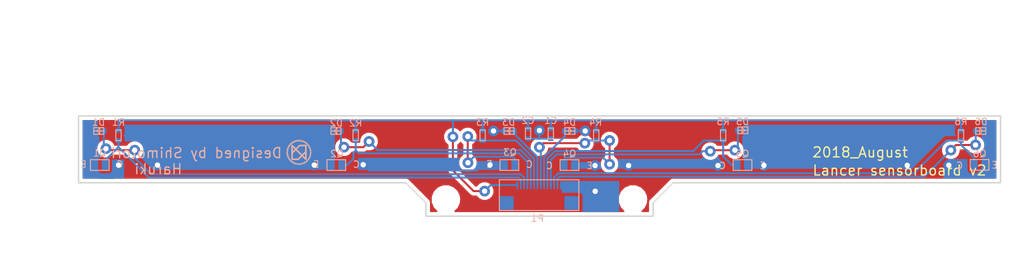
<source format=kicad_pcb>
(kicad_pcb (version 20171130) (host pcbnew "(5.0.0)")

  (general
    (thickness 1.6)
    (drawings 32)
    (tracks 224)
    (zones 0)
    (modules 24)
    (nets 15)
  )

  (page A4)
  (layers
    (0 F.Cu signal)
    (31 B.Cu signal)
    (32 B.Adhes user)
    (33 F.Adhes user)
    (34 B.Paste user)
    (35 F.Paste user)
    (36 B.SilkS user)
    (37 F.SilkS user)
    (38 B.Mask user)
    (39 F.Mask user)
    (40 Dwgs.User user)
    (41 Cmts.User user)
    (42 Eco1.User user)
    (43 Eco2.User user)
    (44 Edge.Cuts user)
    (45 Margin user)
    (46 B.CrtYd user)
    (47 F.CrtYd user)
    (48 B.Fab user)
    (49 F.Fab user)
  )

  (setup
    (last_trace_width 0.25)
    (user_trace_width 0.29)
    (user_trace_width 0.3)
    (user_trace_width 0.5)
    (trace_clearance 0.2)
    (zone_clearance 0.508)
    (zone_45_only no)
    (trace_min 0.2)
    (segment_width 0.2)
    (edge_width 0.15)
    (via_size 0.8)
    (via_drill 0.4)
    (via_min_size 0.4)
    (via_min_drill 0.3)
    (user_via 1.6 0.8)
    (uvia_size 0.3)
    (uvia_drill 0.1)
    (uvias_allowed no)
    (uvia_min_size 0.2)
    (uvia_min_drill 0.1)
    (pcb_text_width 0.3)
    (pcb_text_size 1.5 1.5)
    (mod_edge_width 0.15)
    (mod_text_size 1 1)
    (mod_text_width 0.15)
    (pad_size 1.524 1.524)
    (pad_drill 0.762)
    (pad_to_mask_clearance 0.2)
    (aux_axis_origin 0 0)
    (visible_elements 7FFFFFFF)
    (pcbplotparams
      (layerselection 0x010f0_ffffffff)
      (usegerberextensions true)
      (usegerberattributes false)
      (usegerberadvancedattributes false)
      (creategerberjobfile false)
      (excludeedgelayer true)
      (linewidth 0.100000)
      (plotframeref false)
      (viasonmask false)
      (mode 1)
      (useauxorigin false)
      (hpglpennumber 1)
      (hpglpenspeed 20)
      (hpglpendiameter 15.000000)
      (psnegative false)
      (psa4output false)
      (plotreference true)
      (plotvalue true)
      (plotinvisibletext false)
      (padsonsilk false)
      (subtractmaskfromsilk false)
      (outputformat 1)
      (mirror false)
      (drillshape 0)
      (scaleselection 1)
      (outputdirectory "C:/_underbird_file/circuit/2018_lancer/lancer_sensorbord_v2/gerber/"))
  )

  (net 0 "")
  (net 1 GND)
  (net 2 +3V3)
  (net 3 VR4)
  (net 4 VR1)
  (net 5 VR5)
  (net 6 VR2)
  (net 7 VR3)
  (net 8 VR6)
  (net 9 ANALOG_SEN1)
  (net 10 ANALOG_SEN2)
  (net 11 ANALOG_SEN3)
  (net 12 ANALOG_SEN4)
  (net 13 ANALOG_SEN5)
  (net 14 ANALOG_SEN6)

  (net_class Default "これはデフォルトのネット クラスです。"
    (clearance 0.2)
    (trace_width 0.25)
    (via_dia 0.8)
    (via_drill 0.4)
    (uvia_dia 0.3)
    (uvia_drill 0.1)
    (add_net +3V3)
    (add_net ANALOG_SEN1)
    (add_net ANALOG_SEN2)
    (add_net ANALOG_SEN3)
    (add_net ANALOG_SEN4)
    (add_net ANALOG_SEN5)
    (add_net ANALOG_SEN6)
    (add_net GND)
    (add_net VR1)
    (add_net VR2)
    (add_net VR3)
    (add_net VR4)
    (add_net VR5)
    (add_net VR6)
  )

  (module Mounting_Holes:MountingHole_3.2mm_M3 (layer F.Cu) (tedit 5B824266) (tstamp 5B824BD2)
    (at 136.2 102.65)
    (descr "Mounting Hole 3.2mm, no annular, M3")
    (tags "mounting hole 3.2mm no annular m3")
    (attr virtual)
    (fp_text reference REF** (at 0 -4.2) (layer Cmts.User)
      (effects (font (size 1 1) (thickness 0.15)))
    )
    (fp_text value MountingHole_3.2mm_M3 (at 0 4.2) (layer F.Fab)
      (effects (font (size 1 1) (thickness 0.15)))
    )
    (fp_circle (center 0 0) (end 3.45 0) (layer F.CrtYd) (width 0.05))
    (fp_circle (center 0 0) (end 3.2 0) (layer Cmts.User) (width 0.15))
    (fp_text user %R (at 0.3 0) (layer F.Fab)
      (effects (font (size 1 1) (thickness 0.15)))
    )
    (pad 1 np_thru_hole circle (at 0 0) (size 3.2 3.2) (drill 3.2) (layers *.Cu *.Mask))
  )

  (module Footprint:TEMT7100X01 (layer B.Cu) (tedit 5B7E8301) (tstamp 5B7E830A)
    (at 181.4 97.5 180)
    (path /5B91AE28)
    (fp_text reference Q5 (at 0.8 1.7 180) (layer B.SilkS)
      (effects (font (size 1 1) (thickness 0.15)) (justify mirror))
    )
    (fp_text value TEMT7100X01 (at 0.9 -2.4 180) (layer B.Fab)
      (effects (font (size 1 1) (thickness 0.15)) (justify mirror))
    )
    (fp_text user C (at 3.8 -0.1 180) (layer B.SilkS)
      (effects (font (size 1 1) (thickness 0.15)) (justify mirror))
    )
    (fp_text user E (at -2.2 -0.1 180) (layer B.SilkS)
      (effects (font (size 1 1) (thickness 0.15)) (justify mirror))
    )
    (fp_line (start 2.2 0.8) (end -0.6 0.8) (layer B.SilkS) (width 0.15))
    (fp_line (start 2.2 -0.8) (end 2.2 0.8) (layer B.SilkS) (width 0.15))
    (fp_line (start -0.6 -0.8) (end 2.2 -0.8) (layer B.SilkS) (width 0.15))
    (fp_line (start -0.6 0.8) (end -0.6 -0.8) (layer B.SilkS) (width 0.15))
    (pad 2 smd rect (at 1.6 0 180) (size 1 1.45) (layers B.Cu B.Paste B.Mask)
      (net 13 ANALOG_SEN5))
    (pad 1 smd rect (at 0 0 180) (size 1 1.45) (layers B.Cu B.Paste B.Mask)
      (net 1 GND))
  )

  (module Footprint:C_1608_HandSolderring (layer B.Cu) (tedit 5B655718) (tstamp 5B7E8278)
    (at 152.8 91.425 270)
    (path /5B918CAE)
    (fp_text reference C1 (at -0.6 0.9) (layer B.SilkS)
      (effects (font (size 1 1) (thickness 0.15)) (justify mirror))
    )
    (fp_text value 0.1u (at 2.725 -0.825 270) (layer B.Fab)
      (effects (font (size 1 1) (thickness 0.15)) (justify mirror))
    )
    (fp_line (start 0.55 0.5) (end 2.15 0.5) (layer B.SilkS) (width 0.15))
    (fp_line (start 0.55 1.3) (end 0.55 0.5) (layer B.SilkS) (width 0.15))
    (fp_line (start 0.55 1.3) (end 2.15 1.3) (layer B.SilkS) (width 0.15))
    (fp_line (start 2.15 1.3) (end 2.15 0.5) (layer B.SilkS) (width 0.15))
    (pad 1 smd rect (at 0.625 0.9 270) (size 0.7 0.8) (layers B.Cu B.Paste B.Mask)
      (net 2 +3V3))
    (pad 2 smd rect (at 2.125 0.9 270) (size 0.7 0.8) (layers B.Cu B.Paste B.Mask)
      (net 1 GND))
  )

  (module Footprint:C_1608_HandSolderring (layer B.Cu) (tedit 5B655718) (tstamp 5B7E8282)
    (at 149.4 91.425 270)
    (path /5B918D41)
    (fp_text reference C2 (at -0.6 0.9) (layer B.SilkS)
      (effects (font (size 1 1) (thickness 0.15)) (justify mirror))
    )
    (fp_text value 0.1u (at 2.725 -0.825 270) (layer B.Fab)
      (effects (font (size 1 1) (thickness 0.15)) (justify mirror))
    )
    (fp_line (start 0.55 0.5) (end 2.15 0.5) (layer B.SilkS) (width 0.15))
    (fp_line (start 0.55 1.3) (end 0.55 0.5) (layer B.SilkS) (width 0.15))
    (fp_line (start 0.55 1.3) (end 2.15 1.3) (layer B.SilkS) (width 0.15))
    (fp_line (start 2.15 1.3) (end 2.15 0.5) (layer B.SilkS) (width 0.15))
    (pad 1 smd rect (at 0.625 0.9 270) (size 0.7 0.8) (layers B.Cu B.Paste B.Mask)
      (net 2 +3V3))
    (pad 2 smd rect (at 2.125 0.9 270) (size 0.7 0.8) (layers B.Cu B.Paste B.Mask)
      (net 1 GND))
  )

  (module Footprint:SIR19-21C (layer B.Cu) (tedit 5B81141F) (tstamp 5B7E828C)
    (at 83.5 92.4)
    (path /5B91B593)
    (fp_text reference D1 (at 0.7 -1.3) (layer B.SilkS)
      (effects (font (size 1 1) (thickness 0.15)) (justify mirror))
    )
    (fp_text value SIR19-21C/TR8 (at 0.5 -2.5) (layer B.Fab)
      (effects (font (size 1 1) (thickness 0.15)) (justify mirror))
    )
    (fp_line (start 0.9 -0.5) (end 0.9 0.5) (layer B.SilkS) (width 0.15))
    (fp_line (start 0.5 0) (end 0.9 -0.5) (layer B.SilkS) (width 0.15))
    (fp_line (start 0.9 0.5) (end 0.5 0) (layer B.SilkS) (width 0.15))
    (fp_line (start 1.5 0) (end 0 0) (layer B.SilkS) (width 0.15))
    (fp_line (start 0 0.5) (end 0 -0.5) (layer B.SilkS) (width 0.15))
    (fp_line (start 0 -0.5) (end 1.5 -0.5) (layer B.SilkS) (width 0.15))
    (fp_line (start 1.5 -0.5) (end 1.5 0.5) (layer B.SilkS) (width 0.15))
    (fp_line (start 1.5 0.5) (end 0 0.5) (layer B.SilkS) (width 0.15))
    (pad 1 smd rect (at 0 0) (size 0.8 0.8) (layers B.Cu B.Paste B.Mask)
      (net 1 GND))
    (pad 2 smd rect (at 1.5 0) (size 0.8 0.8) (layers B.Cu B.Paste B.Mask)
      (net 4 VR1))
  )

  (module Footprint:SIR19-21C (layer B.Cu) (tedit 5B81141F) (tstamp 5B7E8296)
    (at 119 92.4)
    (path /5B917802)
    (fp_text reference D2 (at 0.8 -1.2) (layer B.SilkS)
      (effects (font (size 1 1) (thickness 0.15)) (justify mirror))
    )
    (fp_text value SIR19-21C/TR8 (at 0.5 -2.5) (layer B.Fab)
      (effects (font (size 1 1) (thickness 0.15)) (justify mirror))
    )
    (fp_line (start 0.9 -0.5) (end 0.9 0.5) (layer B.SilkS) (width 0.15))
    (fp_line (start 0.5 0) (end 0.9 -0.5) (layer B.SilkS) (width 0.15))
    (fp_line (start 0.9 0.5) (end 0.5 0) (layer B.SilkS) (width 0.15))
    (fp_line (start 1.5 0) (end 0 0) (layer B.SilkS) (width 0.15))
    (fp_line (start 0 0.5) (end 0 -0.5) (layer B.SilkS) (width 0.15))
    (fp_line (start 0 -0.5) (end 1.5 -0.5) (layer B.SilkS) (width 0.15))
    (fp_line (start 1.5 -0.5) (end 1.5 0.5) (layer B.SilkS) (width 0.15))
    (fp_line (start 1.5 0.5) (end 0 0.5) (layer B.SilkS) (width 0.15))
    (pad 1 smd rect (at 0 0) (size 0.8 0.8) (layers B.Cu B.Paste B.Mask)
      (net 1 GND))
    (pad 2 smd rect (at 1.5 0) (size 0.8 0.8) (layers B.Cu B.Paste B.Mask)
      (net 6 VR2))
  )

  (module Footprint:SIR19-21C (layer B.Cu) (tedit 5B81141F) (tstamp 5B7E82A0)
    (at 144.9 92.4)
    (path /5B91C1B8)
    (fp_text reference D3 (at 0.7 -1.3) (layer B.SilkS)
      (effects (font (size 1 1) (thickness 0.15)) (justify mirror))
    )
    (fp_text value SIR19-21C/TR8 (at 0.5 -2.5) (layer B.Fab)
      (effects (font (size 1 1) (thickness 0.15)) (justify mirror))
    )
    (fp_line (start 0.9 -0.5) (end 0.9 0.5) (layer B.SilkS) (width 0.15))
    (fp_line (start 0.5 0) (end 0.9 -0.5) (layer B.SilkS) (width 0.15))
    (fp_line (start 0.9 0.5) (end 0.5 0) (layer B.SilkS) (width 0.15))
    (fp_line (start 1.5 0) (end 0 0) (layer B.SilkS) (width 0.15))
    (fp_line (start 0 0.5) (end 0 -0.5) (layer B.SilkS) (width 0.15))
    (fp_line (start 0 -0.5) (end 1.5 -0.5) (layer B.SilkS) (width 0.15))
    (fp_line (start 1.5 -0.5) (end 1.5 0.5) (layer B.SilkS) (width 0.15))
    (fp_line (start 1.5 0.5) (end 0 0.5) (layer B.SilkS) (width 0.15))
    (pad 1 smd rect (at 0 0) (size 0.8 0.8) (layers B.Cu B.Paste B.Mask)
      (net 1 GND))
    (pad 2 smd rect (at 1.5 0) (size 0.8 0.8) (layers B.Cu B.Paste B.Mask)
      (net 7 VR3))
  )

  (module Footprint:SIR19-21C (layer B.Cu) (tedit 5B81141F) (tstamp 5B7E82AA)
    (at 155.5 92.4 180)
    (path /5B91A8D1)
    (fp_text reference D4 (at 0.8 1.3 180) (layer B.SilkS)
      (effects (font (size 1 1) (thickness 0.15)) (justify mirror))
    )
    (fp_text value SIR19-21C/TR8 (at 0.5 -2.5 180) (layer B.Fab)
      (effects (font (size 1 1) (thickness 0.15)) (justify mirror))
    )
    (fp_line (start 0.9 -0.5) (end 0.9 0.5) (layer B.SilkS) (width 0.15))
    (fp_line (start 0.5 0) (end 0.9 -0.5) (layer B.SilkS) (width 0.15))
    (fp_line (start 0.9 0.5) (end 0.5 0) (layer B.SilkS) (width 0.15))
    (fp_line (start 1.5 0) (end 0 0) (layer B.SilkS) (width 0.15))
    (fp_line (start 0 0.5) (end 0 -0.5) (layer B.SilkS) (width 0.15))
    (fp_line (start 0 -0.5) (end 1.5 -0.5) (layer B.SilkS) (width 0.15))
    (fp_line (start 1.5 -0.5) (end 1.5 0.5) (layer B.SilkS) (width 0.15))
    (fp_line (start 1.5 0.5) (end 0 0.5) (layer B.SilkS) (width 0.15))
    (pad 1 smd rect (at 0 0 180) (size 0.8 0.8) (layers B.Cu B.Paste B.Mask)
      (net 1 GND))
    (pad 2 smd rect (at 1.5 0 180) (size 0.8 0.8) (layers B.Cu B.Paste B.Mask)
      (net 3 VR4))
  )

  (module Footprint:SIR19-21C (layer B.Cu) (tedit 5B81141F) (tstamp 5B7E82B4)
    (at 181.4 92.3 180)
    (path /5B91AE21)
    (fp_text reference D5 (at 0.8 1.3 180) (layer B.SilkS)
      (effects (font (size 1 1) (thickness 0.15)) (justify mirror))
    )
    (fp_text value SIR19-21C/TR8 (at 0.5 -2.5 180) (layer B.Fab)
      (effects (font (size 1 1) (thickness 0.15)) (justify mirror))
    )
    (fp_line (start 0.9 -0.5) (end 0.9 0.5) (layer B.SilkS) (width 0.15))
    (fp_line (start 0.5 0) (end 0.9 -0.5) (layer B.SilkS) (width 0.15))
    (fp_line (start 0.9 0.5) (end 0.5 0) (layer B.SilkS) (width 0.15))
    (fp_line (start 1.5 0) (end 0 0) (layer B.SilkS) (width 0.15))
    (fp_line (start 0 0.5) (end 0 -0.5) (layer B.SilkS) (width 0.15))
    (fp_line (start 0 -0.5) (end 1.5 -0.5) (layer B.SilkS) (width 0.15))
    (fp_line (start 1.5 -0.5) (end 1.5 0.5) (layer B.SilkS) (width 0.15))
    (fp_line (start 1.5 0.5) (end 0 0.5) (layer B.SilkS) (width 0.15))
    (pad 1 smd rect (at 0 0 180) (size 0.8 0.8) (layers B.Cu B.Paste B.Mask)
      (net 1 GND))
    (pad 2 smd rect (at 1.5 0 180) (size 0.8 0.8) (layers B.Cu B.Paste B.Mask)
      (net 5 VR5))
  )

  (module Footprint:SIR19-21C (layer B.Cu) (tedit 5B8E0EC6) (tstamp 5B7E82BE)
    (at 217 92.4 180)
    (path /5B91D284)
    (fp_text reference D6 (at 0.7 1.4 180) (layer B.SilkS)
      (effects (font (size 1 1) (thickness 0.15)) (justify mirror))
    )
    (fp_text value SIR19-21C/TR8 (at 0.5 -2.5 180) (layer B.Fab)
      (effects (font (size 1 1) (thickness 0.15)) (justify mirror))
    )
    (fp_line (start 0.9 -0.5) (end 0.9 0.5) (layer B.SilkS) (width 0.15))
    (fp_line (start 0.5 0) (end 0.9 -0.5) (layer B.SilkS) (width 0.15))
    (fp_line (start 0.9 0.5) (end 0.5 0) (layer B.SilkS) (width 0.15))
    (fp_line (start 1.5 0) (end 0 0) (layer B.SilkS) (width 0.15))
    (fp_line (start 0 0.5) (end 0 -0.5) (layer B.SilkS) (width 0.15))
    (fp_line (start 0 -0.5) (end 1.5 -0.5) (layer B.SilkS) (width 0.15))
    (fp_line (start 1.5 -0.5) (end 1.5 0.5) (layer B.SilkS) (width 0.15))
    (fp_line (start 1.5 0.5) (end 0 0.5) (layer B.SilkS) (width 0.15))
    (pad 1 smd rect (at 0 0 180) (size 0.8 0.8) (layers B.Cu B.Paste B.Mask)
      (net 1 GND))
    (pad 2 smd rect (at 1.5 0 180) (size 0.8 0.8) (layers B.Cu B.Paste B.Mask)
      (net 8 VR6))
  )

  (module "Footprint:CN-FFC-SMT2(CN-FFC(0.5)14PD)" (layer F.Cu) (tedit 5B792D60) (tstamp 5B7E82D8)
    (at 143.9 105)
    (path /5B90DDA5)
    (fp_text reference P1 (at 6 0.5) (layer B.SilkS)
      (effects (font (size 1 1) (thickness 0.15)) (justify mirror))
    )
    (fp_text value "CN-FFC(0.5)14PD" (at 7.8 0.7) (layer B.Fab)
      (effects (font (size 1 1) (thickness 0.15)) (justify mirror))
    )
    (fp_line (start 0.3 -5.3) (end 0.3 -0.7) (layer B.SilkS) (width 0.15))
    (fp_line (start 12.2 -5.3) (end 0.3 -5.3) (layer B.SilkS) (width 0.15))
    (fp_line (start 12.2 -0.7) (end 12.2 -5.3) (layer B.SilkS) (width 0.15))
    (fp_line (start 0.3 -0.7) (end 12.2 -0.7) (layer B.SilkS) (width 0.15))
    (pad 14 smd rect (at 9.5 -4.5) (size 0.23 1.25) (layers B.Cu B.Paste B.Mask)
      (net 1 GND))
    (pad 13 smd rect (at 9 -4.5) (size 0.23 1.25) (layers B.Cu B.Paste B.Mask)
      (net 8 VR6))
    (pad 12 smd rect (at 8.5 -4.5) (size 0.23 1.25) (layers B.Cu B.Paste B.Mask)
      (net 14 ANALOG_SEN6))
    (pad 11 smd rect (at 8 -4.5) (size 0.23 1.25) (layers B.Cu B.Paste B.Mask)
      (net 5 VR5))
    (pad 10 smd rect (at 7.5 -4.5) (size 0.23 1.25) (layers B.Cu B.Paste B.Mask)
      (net 13 ANALOG_SEN5))
    (pad 9 smd rect (at 7 -4.5) (size 0.23 1.25) (layers B.Cu B.Paste B.Mask)
      (net 3 VR4))
    (pad 8 smd rect (at 6.5 -4.5) (size 0.23 1.25) (layers B.Cu B.Paste B.Mask)
      (net 12 ANALOG_SEN4))
    (pad 7 smd rect (at 6 -4.5) (size 0.23 1.25) (layers B.Cu B.Paste B.Mask)
      (net 7 VR3))
    (pad 6 smd rect (at 5.5 -4.5) (size 0.23 1.25) (layers B.Cu B.Paste B.Mask)
      (net 11 ANALOG_SEN3))
    (pad 5 smd rect (at 5 -4.5) (size 0.23 1.25) (layers B.Cu B.Paste B.Mask)
      (net 6 VR2))
    (pad 4 smd rect (at 4.5 -4.5) (size 0.23 1.25) (layers B.Cu B.Paste B.Mask)
      (net 10 ANALOG_SEN2))
    (pad 3 smd rect (at 4 -4.5) (size 0.23 1.25) (layers B.Cu B.Paste B.Mask)
      (net 4 VR1))
    (pad 2 smd rect (at 3.5 -4.5) (size 0.23 1.25) (layers B.Cu B.Paste B.Mask)
      (net 9 ANALOG_SEN1))
    (pad "" smd rect (at 1.35 -1.825) (size 1.8 2) (layers B.Cu B.Paste B.Mask))
    (pad "" smd rect (at 11.15 -1.825) (size 1.8 2) (layers B.Cu B.Paste B.Mask))
    (pad 1 smd rect (at 3 -4.5) (size 0.23 1.25) (layers B.Cu B.Paste B.Mask)
      (net 2 +3V3))
    (pad "" smd rect (at 11.15 -1.825) (size 2.2 2) (layers B.Cu B.Paste B.Mask))
    (pad "" smd rect (at 1.35 -1.825) (size 2.2 2) (layers B.Cu B.Paste B.Mask))
  )

  (module Footprint:TEMT7100X01 (layer B.Cu) (tedit 5B7E8301) (tstamp 5B7E82E2)
    (at 83.6 97.5)
    (path /5B91B59A)
    (fp_text reference Q1 (at 0.8 -1.8) (layer B.SilkS)
      (effects (font (size 1 1) (thickness 0.15)) (justify mirror))
    )
    (fp_text value TEMT7100X01 (at 0.9 -2.4) (layer B.Fab)
      (effects (font (size 1 1) (thickness 0.15)) (justify mirror))
    )
    (fp_text user C (at 3.8 -0.1) (layer B.SilkS)
      (effects (font (size 1 1) (thickness 0.15)) (justify mirror))
    )
    (fp_text user E (at -1.625 -0.1) (layer B.SilkS)
      (effects (font (size 1 1) (thickness 0.15)) (justify mirror))
    )
    (fp_line (start 2.2 0.8) (end -0.6 0.8) (layer B.SilkS) (width 0.15))
    (fp_line (start 2.2 -0.8) (end 2.2 0.8) (layer B.SilkS) (width 0.15))
    (fp_line (start -0.6 -0.8) (end 2.2 -0.8) (layer B.SilkS) (width 0.15))
    (fp_line (start -0.6 0.8) (end -0.6 -0.8) (layer B.SilkS) (width 0.15))
    (pad 2 smd rect (at 1.6 0) (size 1 1.45) (layers B.Cu B.Paste B.Mask)
      (net 9 ANALOG_SEN1))
    (pad 1 smd rect (at 0 0) (size 1 1.45) (layers B.Cu B.Paste B.Mask)
      (net 1 GND))
  )

  (module Footprint:TEMT7100X01 (layer B.Cu) (tedit 5B7E8301) (tstamp 5B7E82EC)
    (at 119 97.5)
    (path /5B9179EC)
    (fp_text reference Q2 (at 0.9 -1.7) (layer B.SilkS)
      (effects (font (size 1 1) (thickness 0.15)) (justify mirror))
    )
    (fp_text value TEMT7100X01 (at 0.9 -2.4) (layer B.Fab)
      (effects (font (size 1 1) (thickness 0.15)) (justify mirror))
    )
    (fp_text user C (at 3.8 -0.1) (layer B.SilkS)
      (effects (font (size 1 1) (thickness 0.15)) (justify mirror))
    )
    (fp_text user E (at -2.2 -0.1) (layer B.SilkS)
      (effects (font (size 1 1) (thickness 0.15)) (justify mirror))
    )
    (fp_line (start 2.2 0.8) (end -0.6 0.8) (layer B.SilkS) (width 0.15))
    (fp_line (start 2.2 -0.8) (end 2.2 0.8) (layer B.SilkS) (width 0.15))
    (fp_line (start -0.6 -0.8) (end 2.2 -0.8) (layer B.SilkS) (width 0.15))
    (fp_line (start -0.6 0.8) (end -0.6 -0.8) (layer B.SilkS) (width 0.15))
    (pad 2 smd rect (at 1.6 0) (size 1 1.45) (layers B.Cu B.Paste B.Mask)
      (net 10 ANALOG_SEN2))
    (pad 1 smd rect (at 0 0) (size 1 1.45) (layers B.Cu B.Paste B.Mask)
      (net 1 GND))
  )

  (module Footprint:TEMT7100X01 (layer B.Cu) (tedit 5B7E8301) (tstamp 5B7E82F6)
    (at 144.9 97.5)
    (path /5B91C1BF)
    (fp_text reference Q3 (at 0.9 -1.9) (layer B.SilkS)
      (effects (font (size 1 1) (thickness 0.15)) (justify mirror))
    )
    (fp_text value TEMT7100X01 (at 0.9 -2.4) (layer B.Fab)
      (effects (font (size 1 1) (thickness 0.15)) (justify mirror))
    )
    (fp_text user C (at 3.8 -0.1) (layer B.SilkS)
      (effects (font (size 1 1) (thickness 0.15)) (justify mirror))
    )
    (fp_text user E (at -2.2 -0.1) (layer B.SilkS)
      (effects (font (size 1 1) (thickness 0.15)) (justify mirror))
    )
    (fp_line (start 2.2 0.8) (end -0.6 0.8) (layer B.SilkS) (width 0.15))
    (fp_line (start 2.2 -0.8) (end 2.2 0.8) (layer B.SilkS) (width 0.15))
    (fp_line (start -0.6 -0.8) (end 2.2 -0.8) (layer B.SilkS) (width 0.15))
    (fp_line (start -0.6 0.8) (end -0.6 -0.8) (layer B.SilkS) (width 0.15))
    (pad 2 smd rect (at 1.6 0) (size 1 1.45) (layers B.Cu B.Paste B.Mask)
      (net 11 ANALOG_SEN3))
    (pad 1 smd rect (at 0 0) (size 1 1.45) (layers B.Cu B.Paste B.Mask)
      (net 1 GND))
  )

  (module Footprint:TEMT7100X01 (layer B.Cu) (tedit 5B7E8301) (tstamp 5B7E8300)
    (at 155.5 97.5 180)
    (path /5B91A8D8)
    (fp_text reference Q4 (at 0.8 1.7 180) (layer B.SilkS)
      (effects (font (size 1 1) (thickness 0.15)) (justify mirror))
    )
    (fp_text value TEMT7100X01 (at 0.9 -2.4 180) (layer B.Fab)
      (effects (font (size 1 1) (thickness 0.15)) (justify mirror))
    )
    (fp_text user C (at 3.8 -0.1 180) (layer B.SilkS)
      (effects (font (size 1 1) (thickness 0.15)) (justify mirror))
    )
    (fp_text user E (at -2.2 -0.1 180) (layer B.SilkS)
      (effects (font (size 1 1) (thickness 0.15)) (justify mirror))
    )
    (fp_line (start 2.2 0.8) (end -0.6 0.8) (layer B.SilkS) (width 0.15))
    (fp_line (start 2.2 -0.8) (end 2.2 0.8) (layer B.SilkS) (width 0.15))
    (fp_line (start -0.6 -0.8) (end 2.2 -0.8) (layer B.SilkS) (width 0.15))
    (fp_line (start -0.6 0.8) (end -0.6 -0.8) (layer B.SilkS) (width 0.15))
    (pad 2 smd rect (at 1.6 0 180) (size 1 1.45) (layers B.Cu B.Paste B.Mask)
      (net 12 ANALOG_SEN4))
    (pad 1 smd rect (at 0 0 180) (size 1 1.45) (layers B.Cu B.Paste B.Mask)
      (net 1 GND))
  )

  (module Footprint:TEMT7100X01 (layer B.Cu) (tedit 5B7E8301) (tstamp 5B7E8314)
    (at 216.875 97.475 180)
    (path /5B91D28B)
    (fp_text reference Q6 (at 0.775 1.675 180) (layer B.SilkS)
      (effects (font (size 1 1) (thickness 0.15)) (justify mirror))
    )
    (fp_text value TEMT7100X01 (at 0.9 -2.4 180) (layer B.Fab)
      (effects (font (size 1 1) (thickness 0.15)) (justify mirror))
    )
    (fp_text user C (at 3.8 -0.1 180) (layer B.SilkS)
      (effects (font (size 1 1) (thickness 0.15)) (justify mirror))
    )
    (fp_text user E (at -1.45 -0.025 180) (layer B.SilkS)
      (effects (font (size 1 1) (thickness 0.15)) (justify mirror))
    )
    (fp_line (start 2.2 0.8) (end -0.6 0.8) (layer B.SilkS) (width 0.15))
    (fp_line (start 2.2 -0.8) (end 2.2 0.8) (layer B.SilkS) (width 0.15))
    (fp_line (start -0.6 -0.8) (end 2.2 -0.8) (layer B.SilkS) (width 0.15))
    (fp_line (start -0.6 0.8) (end -0.6 -0.8) (layer B.SilkS) (width 0.15))
    (pad 2 smd rect (at 1.6 0 180) (size 1 1.45) (layers B.Cu B.Paste B.Mask)
      (net 14 ANALOG_SEN6))
    (pad 1 smd rect (at 0 0 180) (size 1 1.45) (layers B.Cu B.Paste B.Mask)
      (net 1 GND))
  )

  (module Footprint:C_1608_HandSolderring (layer B.Cu) (tedit 5B655718) (tstamp 5B7E8517)
    (at 88.1 91.7 270)
    (path /5B91B5A8)
    (fp_text reference R1 (at -0.6 0.9) (layer B.SilkS)
      (effects (font (size 1 1) (thickness 0.15)) (justify mirror))
    )
    (fp_text value 100k (at 2.725 -0.825 270) (layer B.Fab)
      (effects (font (size 1 1) (thickness 0.15)) (justify mirror))
    )
    (fp_line (start 0.55 0.5) (end 2.15 0.5) (layer B.SilkS) (width 0.15))
    (fp_line (start 0.55 1.3) (end 0.55 0.5) (layer B.SilkS) (width 0.15))
    (fp_line (start 0.55 1.3) (end 2.15 1.3) (layer B.SilkS) (width 0.15))
    (fp_line (start 2.15 1.3) (end 2.15 0.5) (layer B.SilkS) (width 0.15))
    (pad 1 smd rect (at 0.625 0.9 270) (size 0.7 0.8) (layers B.Cu B.Paste B.Mask)
      (net 2 +3V3))
    (pad 2 smd rect (at 2.125 0.9 270) (size 0.7 0.8) (layers B.Cu B.Paste B.Mask)
      (net 9 ANALOG_SEN1))
  )

  (module Footprint:C_1608_HandSolderring (layer B.Cu) (tedit 5B655718) (tstamp 5B7E8328)
    (at 123.6 91.7 270)
    (path /5B917AAF)
    (fp_text reference R2 (at -0.5 0.9) (layer B.SilkS)
      (effects (font (size 1 1) (thickness 0.15)) (justify mirror))
    )
    (fp_text value 100k (at 2.725 -0.825 270) (layer B.Fab)
      (effects (font (size 1 1) (thickness 0.15)) (justify mirror))
    )
    (fp_line (start 0.55 0.5) (end 2.15 0.5) (layer B.SilkS) (width 0.15))
    (fp_line (start 0.55 1.3) (end 0.55 0.5) (layer B.SilkS) (width 0.15))
    (fp_line (start 0.55 1.3) (end 2.15 1.3) (layer B.SilkS) (width 0.15))
    (fp_line (start 2.15 1.3) (end 2.15 0.5) (layer B.SilkS) (width 0.15))
    (pad 1 smd rect (at 0.625 0.9 270) (size 0.7 0.8) (layers B.Cu B.Paste B.Mask)
      (net 2 +3V3))
    (pad 2 smd rect (at 2.125 0.9 270) (size 0.7 0.8) (layers B.Cu B.Paste B.Mask)
      (net 10 ANALOG_SEN2))
  )

  (module Footprint:C_1608_HandSolderring (layer B.Cu) (tedit 5B655718) (tstamp 5B7E8332)
    (at 142.6 91.7 270)
    (path /5B91C1CD)
    (fp_text reference R3 (at -0.6 0.9) (layer B.SilkS)
      (effects (font (size 1 1) (thickness 0.15)) (justify mirror))
    )
    (fp_text value 100k (at 2.725 -0.825 270) (layer B.Fab)
      (effects (font (size 1 1) (thickness 0.15)) (justify mirror))
    )
    (fp_line (start 0.55 0.5) (end 2.15 0.5) (layer B.SilkS) (width 0.15))
    (fp_line (start 0.55 1.3) (end 0.55 0.5) (layer B.SilkS) (width 0.15))
    (fp_line (start 0.55 1.3) (end 2.15 1.3) (layer B.SilkS) (width 0.15))
    (fp_line (start 2.15 1.3) (end 2.15 0.5) (layer B.SilkS) (width 0.15))
    (pad 1 smd rect (at 0.625 0.9 270) (size 0.7 0.8) (layers B.Cu B.Paste B.Mask)
      (net 2 +3V3))
    (pad 2 smd rect (at 2.125 0.9 270) (size 0.7 0.8) (layers B.Cu B.Paste B.Mask)
      (net 11 ANALOG_SEN3))
  )

  (module Footprint:C_1608_HandSolderring (layer B.Cu) (tedit 5B655718) (tstamp 5B7E833C)
    (at 159.6 91.7 270)
    (path /5B91A8E6)
    (fp_text reference R4 (at -0.6 1) (layer B.SilkS)
      (effects (font (size 1 1) (thickness 0.15)) (justify mirror))
    )
    (fp_text value 100k (at 2.725 -0.825 270) (layer B.Fab)
      (effects (font (size 1 1) (thickness 0.15)) (justify mirror))
    )
    (fp_line (start 0.55 0.5) (end 2.15 0.5) (layer B.SilkS) (width 0.15))
    (fp_line (start 0.55 1.3) (end 0.55 0.5) (layer B.SilkS) (width 0.15))
    (fp_line (start 0.55 1.3) (end 2.15 1.3) (layer B.SilkS) (width 0.15))
    (fp_line (start 2.15 1.3) (end 2.15 0.5) (layer B.SilkS) (width 0.15))
    (pad 1 smd rect (at 0.625 0.9 270) (size 0.7 0.8) (layers B.Cu B.Paste B.Mask)
      (net 2 +3V3))
    (pad 2 smd rect (at 2.125 0.9 270) (size 0.7 0.8) (layers B.Cu B.Paste B.Mask)
      (net 12 ANALOG_SEN4))
  )

  (module Footprint:C_1608_HandSolderring (layer B.Cu) (tedit 5B655718) (tstamp 5B7E8346)
    (at 178.6 91.7 270)
    (path /5B91AE36)
    (fp_text reference R5 (at -0.7 0.9) (layer B.SilkS)
      (effects (font (size 1 1) (thickness 0.15)) (justify mirror))
    )
    (fp_text value 100k (at 2.725 -0.825 270) (layer B.Fab)
      (effects (font (size 1 1) (thickness 0.15)) (justify mirror))
    )
    (fp_line (start 0.55 0.5) (end 2.15 0.5) (layer B.SilkS) (width 0.15))
    (fp_line (start 0.55 1.3) (end 0.55 0.5) (layer B.SilkS) (width 0.15))
    (fp_line (start 0.55 1.3) (end 2.15 1.3) (layer B.SilkS) (width 0.15))
    (fp_line (start 2.15 1.3) (end 2.15 0.5) (layer B.SilkS) (width 0.15))
    (pad 1 smd rect (at 0.625 0.9 270) (size 0.7 0.8) (layers B.Cu B.Paste B.Mask)
      (net 2 +3V3))
    (pad 2 smd rect (at 2.125 0.9 270) (size 0.7 0.8) (layers B.Cu B.Paste B.Mask)
      (net 13 ANALOG_SEN5))
  )

  (module Footprint:C_1608_HandSolderring (layer B.Cu) (tedit 5B655718) (tstamp 5B7E8350)
    (at 214.2 91.7 270)
    (path /5B91D299)
    (fp_text reference R6 (at -0.7 0.9) (layer B.SilkS)
      (effects (font (size 1 1) (thickness 0.15)) (justify mirror))
    )
    (fp_text value 100k (at 2.725 -0.825 270) (layer B.Fab)
      (effects (font (size 1 1) (thickness 0.15)) (justify mirror))
    )
    (fp_line (start 0.55 0.5) (end 2.15 0.5) (layer B.SilkS) (width 0.15))
    (fp_line (start 0.55 1.3) (end 0.55 0.5) (layer B.SilkS) (width 0.15))
    (fp_line (start 0.55 1.3) (end 2.15 1.3) (layer B.SilkS) (width 0.15))
    (fp_line (start 2.15 1.3) (end 2.15 0.5) (layer B.SilkS) (width 0.15))
    (pad 1 smd rect (at 0.625 0.9 270) (size 0.7 0.8) (layers B.Cu B.Paste B.Mask)
      (net 2 +3V3))
    (pad 2 smd rect (at 2.125 0.9 270) (size 0.7 0.8) (layers B.Cu B.Paste B.Mask)
      (net 14 ANALOG_SEN6))
  )

  (module sh:sh_3500 (layer B.Cu) (tedit 0) (tstamp 5B8121F3)
    (at 114.2 95.6)
    (fp_text reference G*** (at 0 0) (layer B.SilkS) hide
      (effects (font (size 1.524 1.524) (thickness 0.3)) (justify mirror))
    )
    (fp_text value LOGO (at 0.75 0) (layer B.SilkS) hide
      (effects (font (size 1.524 1.524) (thickness 0.3)) (justify mirror))
    )
    (fp_poly (pts (xy -0.483588 1.150169) (xy -0.404446 1.149914) (xy -0.330428 1.149508) (xy -0.262798 1.148965)
      (xy -0.202818 1.148301) (xy -0.151753 1.14753) (xy -0.110865 1.146668) (xy -0.081418 1.145728)
      (xy -0.064675 1.144727) (xy -0.061686 1.144279) (xy -0.051425 1.13815) (xy -0.032735 1.122974)
      (xy -0.005367 1.098517) (xy 0.030928 1.064545) (xy 0.076397 1.020824) (xy 0.131289 0.967121)
      (xy 0.195853 0.903201) (xy 0.217846 0.8813) (xy 0.475606 0.624299) (xy 0.725846 0.875054)
      (xy 0.776122 0.925248) (xy 0.823822 0.972515) (xy 0.867865 1.015808) (xy 0.907171 1.054081)
      (xy 0.940659 1.08629) (xy 0.967248 1.111386) (xy 0.985857 1.128326) (xy 0.995406 1.136062)
      (xy 0.995682 1.136218) (xy 1.02382 1.144734) (xy 1.057048 1.145694) (xy 1.088087 1.139139)
      (xy 1.09598 1.135664) (xy 1.113646 1.122518) (xy 1.131406 1.103354) (xy 1.135534 1.097694)
      (xy 1.153885 1.070688) (xy 1.153885 0.007273) (xy 1.15388 -0.137947) (xy 1.153858 -0.269361)
      (xy 1.153811 -0.387677) (xy 1.15373 -0.493601) (xy 1.153605 -0.587843) (xy 1.15343 -0.671109)
      (xy 1.153194 -0.744108) (xy 1.152889 -0.807547) (xy 1.152506 -0.862134) (xy 1.152037 -0.908577)
      (xy 1.151472 -0.947584) (xy 1.150803 -0.979863) (xy 1.150021 -1.006121) (xy 1.149118 -1.027066)
      (xy 1.148084 -1.043407) (xy 1.146912 -1.05585) (xy 1.145591 -1.065104) (xy 1.144114 -1.071876)
      (xy 1.142471 -1.076874) (xy 1.140654 -1.080807) (xy 1.140421 -1.081247) (xy 1.123087 -1.102936)
      (xy 1.098283 -1.121469) (xy 1.095736 -1.122862) (xy 1.064517 -1.139372) (xy 0.578952 -1.139372)
      (xy 0.470961 -1.139279) (xy 0.377046 -1.138995) (xy 0.296771 -1.138513) (xy 0.2297 -1.137827)
      (xy 0.175394 -1.136928) (xy 0.133419 -1.135812) (xy 0.103337 -1.134469) (xy 0.084712 -1.132894)
      (xy 0.077537 -1.131354) (xy 0.069382 -1.12476) (xy 0.052036 -1.108902) (xy 0.02655 -1.0848)
      (xy -0.006023 -1.053472) (xy -0.044631 -1.015937) (xy -0.088222 -0.973214) (xy -0.135744 -0.926321)
      (xy -0.186144 -0.876277) (xy -0.19408 -0.86837) (xy -0.449844 -0.613404) (xy -0.705708 -0.86872)
      (xy -0.756591 -0.919244) (xy -0.804921 -0.966753) (xy -0.849626 -1.010226) (xy -0.889635 -1.048644)
      (xy -0.923876 -1.080986) (xy -0.951276 -1.106233) (xy -0.970764 -1.123363) (xy -0.981268 -1.131356)
      (xy -0.982002 -1.131704) (xy -1.015163 -1.138822) (xy -1.048355 -1.133959) (xy -1.071875 -1.124276)
      (xy -1.099341 -1.104929) (xy -1.117232 -1.078447) (xy -1.11927 -1.074079) (xy -1.121113 -1.069332)
      (xy -1.122771 -1.063492) (xy -1.124253 -1.055844) (xy -1.125569 -1.04567) (xy -1.12673 -1.032256)
      (xy -1.127745 -1.014887) (xy -1.128623 -0.992845) (xy -1.129375 -0.965416) (xy -1.130011 -0.931885)
      (xy -1.13054 -0.891535) (xy -1.130971 -0.84365) (xy -1.131316 -0.787516) (xy -1.131435 -0.758328)
      (xy -0.907143 -0.758328) (xy -0.75658 -0.607764) (xy -0.606016 -0.4572) (xy -0.60605 -0.457166)
      (xy -0.293863 -0.457166) (xy 0.163199 -0.9144) (xy 0.928914 -0.9144) (xy 0.928914 -0.148685)
      (xy 0.700296 0.079846) (xy 0.471679 0.308377) (xy 0.088908 -0.074395) (xy -0.293863 -0.457166)
      (xy -0.60605 -0.457166) (xy -0.907143 -0.156073) (xy -0.907143 -0.758328) (xy -1.131435 -0.758328)
      (xy -1.131583 -0.722416) (xy -1.131783 -0.647635) (xy -1.131925 -0.562457) (xy -1.13202 -0.466167)
      (xy -1.132076 -0.358049) (xy -1.132104 -0.237386) (xy -1.132114 -0.103465) (xy -1.132115 0.006637)
      (xy -1.132135 0.153769) (xy -1.132173 0.287085) (xy -1.132196 0.407282) (xy -1.132172 0.515058)
      (xy -1.132066 0.611112) (xy -1.131846 0.696142) (xy -1.131479 0.770844) (xy -1.130932 0.835918)
      (xy -1.130172 0.89206) (xy -1.129399 0.928914) (xy -0.907143 0.928914) (xy -0.907143 0.156113)
      (xy -0.680401 -0.070715) (xy -0.633155 -0.117898) (xy -0.589079 -0.161759) (xy -0.549225 -0.201262)
      (xy -0.514647 -0.23537) (xy -0.486398 -0.263047) (xy -0.46553 -0.283257) (xy -0.453097 -0.294962)
      (xy -0.449961 -0.297543) (xy -0.44436 -0.292539) (xy -0.429314 -0.278058) (xy -0.405629 -0.2549)
      (xy -0.374112 -0.223863) (xy -0.335569 -0.185746) (xy -0.290806 -0.141348) (xy -0.24063 -0.091466)
      (xy -0.185847 -0.036901) (xy -0.127263 0.021549) (xy -0.065685 0.083086) (xy -0.065323 0.083449)
      (xy 0.315617 0.46444) (xy 0.311842 0.468217) (xy 0.631369 0.468217) (xy 0.778261 0.321194)
      (xy 0.815976 0.283508) (xy 0.850237 0.249395) (xy 0.879742 0.22014) (xy 0.903189 0.197032)
      (xy 0.919274 0.181357) (xy 0.926695 0.174403) (xy 0.927033 0.174171) (xy 0.92744 0.181175)
      (xy 0.927816 0.20117) (xy 0.928152 0.232636) (xy 0.928439 0.274049) (xy 0.928667 0.323887)
      (xy 0.928826 0.380629) (xy 0.928906 0.442752) (xy 0.928914 0.469833) (xy 0.928914 0.765496)
      (xy 0.780142 0.616856) (xy 0.631369 0.468217) (xy 0.311842 0.468217) (xy -0.148687 0.928914)
      (xy -0.907143 0.928914) (xy -1.129399 0.928914) (xy -1.129166 0.939969) (xy -1.127881 0.980343)
      (xy -1.126283 1.013879) (xy -1.12434 1.041276) (xy -1.122019 1.063232) (xy -1.119287 1.080443)
      (xy -1.11611 1.093609) (xy -1.112456 1.103427) (xy -1.108291 1.110595) (xy -1.103583 1.11581)
      (xy -1.098299 1.119772) (xy -1.092405 1.123177) (xy -1.085868 1.126723) (xy -1.078899 1.130947)
      (xy -1.049723 1.150257) (xy -0.56659 1.150257) (xy -0.483588 1.150169)) (layer B.SilkS) (width 0.01))
    (fp_poly (pts (xy 0.113839 1.738085) (xy 0.166575 1.733601) (xy 0.204685 1.810229) (xy 0.221608 1.844039)
      (xy 0.234589 1.866733) (xy 0.246519 1.879999) (xy 0.26029 1.885525) (xy 0.278796 1.884999)
      (xy 0.304927 1.88011) (xy 0.319231 1.877086) (xy 0.359063 1.868714) (xy 0.371943 1.785765)
      (xy 0.377225 1.75287) (xy 0.381922 1.725687) (xy 0.385501 1.70716) (xy 0.387368 1.700269)
      (xy 0.395409 1.69671) (xy 0.411431 1.691555) (xy 0.412528 1.691238) (xy 0.422312 1.688914)
      (xy 0.430502 1.689585) (xy 0.439132 1.695026) (xy 0.450237 1.70701) (xy 0.465853 1.727311)
      (xy 0.486735 1.755941) (xy 0.538328 1.827129) (xy 0.590293 1.811346) (xy 0.642257 1.795562)
      (xy 0.645885 1.706223) (xy 0.649514 1.616884) (xy 0.671285 1.607585) (xy 0.680782 1.604013)
      (xy 0.689103 1.603531) (xy 0.698568 1.607576) (xy 0.7115 1.617587) (xy 0.730221 1.635)
      (xy 0.755508 1.659734) (xy 0.81796 1.721181) (xy 0.869911 1.695019) (xy 0.896016 1.681308)
      (xy 0.911224 1.671361) (xy 0.917919 1.663085) (xy 0.918485 1.654386) (xy 0.918133 1.652671)
      (xy 0.915398 1.638573) (xy 0.911176 1.614273) (xy 0.906175 1.583917) (xy 0.90357 1.567543)
      (xy 0.898682 1.535676) (xy 0.896262 1.514991) (xy 0.89652 1.502333) (xy 0.899667 1.494545)
      (xy 0.905914 1.488473) (xy 0.909011 1.486061) (xy 0.923685 1.476751) (xy 0.933407 1.473361)
      (xy 0.942182 1.477354) (xy 0.959945 1.48833) (xy 0.984059 1.504577) (xy 1.010135 1.52311)
      (xy 1.07874 1.573021) (xy 1.120987 1.541417) (xy 1.142076 1.525533) (xy 1.158259 1.513142)
      (xy 1.166329 1.506703) (xy 1.166569 1.506478) (xy 1.165715 1.498704) (xy 1.160912 1.480032)
      (xy 1.152951 1.453281) (xy 1.14289 1.42207) (xy 1.115875 1.340997) (xy 1.151769 1.305103)
      (xy 1.23146 1.345069) (xy 1.31115 1.385036) (xy 1.352012 1.344173) (xy 1.392875 1.303311)
      (xy 1.35165 1.224879) (xy 1.310426 1.146446) (xy 1.346287 1.110585) (xy 1.428596 1.136363)
      (xy 1.460848 1.14613) (xy 1.487732 1.153641) (xy 1.506431 1.158151) (xy 1.514121 1.158926)
      (xy 1.523464 1.147877) (xy 1.536634 1.130353) (xy 1.550978 1.110161) (xy 1.56384 1.091104)
      (xy 1.572566 1.076989) (xy 1.5748 1.071955) (xy 1.570735 1.06369) (xy 1.559726 1.046493)
      (xy 1.543547 1.023035) (xy 1.527628 1.00095) (xy 1.508492 0.974052) (xy 1.493118 0.950866)
      (xy 1.48329 0.934186) (xy 1.480618 0.927355) (xy 1.484881 0.915062) (xy 1.493318 0.901745)
      (xy 1.497723 0.896113) (xy 1.502357 0.892118) (xy 1.50917 0.889868) (xy 1.520112 0.889468)
      (xy 1.537132 0.891025) (xy 1.562183 0.894642) (xy 1.597212 0.900428) (xy 1.644172 0.908488)
      (xy 1.656442 0.910601) (xy 1.666929 0.911314) (xy 1.675295 0.907553) (xy 1.683907 0.896838)
      (xy 1.695126 0.87669) (xy 1.702419 0.86237) (xy 1.728438 0.810703) (xy 1.666575 0.748251)
      (xy 1.604711 0.6858) (xy 1.61471 0.662441) (xy 1.624708 0.639082) (xy 1.712933 0.637041)
      (xy 1.801159 0.635) (xy 1.833981 0.531402) (xy 1.766162 0.482862) (xy 1.739069 0.463224)
      (xy 1.716637 0.446499) (xy 1.701338 0.434562) (xy 1.695694 0.429432) (xy 1.695583 0.419685)
      (xy 1.698954 0.402817) (xy 1.699179 0.401979) (xy 1.702202 0.39235) (xy 1.706815 0.385496)
      (xy 1.715596 0.380389) (xy 1.731124 0.375997) (xy 1.75598 0.371292) (xy 1.790127 0.365668)
      (xy 1.827195 0.359647) (xy 1.852577 0.354273) (xy 1.868808 0.347304) (xy 1.878427 0.336494)
      (xy 1.883969 0.3196) (xy 1.88797 0.294379) (xy 1.89031 0.277047) (xy 1.895238 0.241216)
      (xy 1.818476 0.200042) (xy 1.786056 0.182465) (xy 1.764344 0.169804) (xy 1.751196 0.160224)
      (xy 1.744472 0.151892) (xy 1.742027 0.142973) (xy 1.741714 0.134351) (xy 1.741714 0.109836)
      (xy 1.825438 0.08228) (xy 1.909161 0.054725) (xy 1.90708 -0.002892) (xy 1.905 -0.060508)
      (xy 1.825171 -0.087063) (xy 1.745342 -0.113617) (xy 1.743107 -0.139988) (xy 1.740871 -0.166359)
      (xy 1.815678 -0.203756) (xy 1.845419 -0.218706) (xy 1.870003 -0.231218) (xy 1.886752 -0.239919)
      (xy 1.892946 -0.243385) (xy 1.893155 -0.251108) (xy 1.891328 -0.26875) (xy 1.888133 -0.29197)
      (xy 1.88424 -0.316429) (xy 1.880319 -0.337786) (xy 1.877038 -0.3517) (xy 1.875797 -0.354564)
      (xy 1.86778 -0.356982) (xy 1.848428 -0.361127) (xy 1.820734 -0.366397) (xy 1.790999 -0.37163)
      (xy 1.758465 -0.377308) (xy 1.731686 -0.382269) (xy 1.713605 -0.385947) (xy 1.707191 -0.387704)
      (xy 1.703872 -0.395488) (xy 1.698832 -0.41136) (xy 1.698495 -0.412528) (xy 1.696172 -0.422307)
      (xy 1.696841 -0.430494) (xy 1.702275 -0.439121) (xy 1.714248 -0.450221) (xy 1.734533 -0.465827)
      (xy 1.763293 -0.486804) (xy 1.834576 -0.538467) (xy 1.816518 -0.592176) (xy 1.798459 -0.645886)
      (xy 1.624899 -0.645886) (xy 1.614805 -0.669472) (xy 1.604711 -0.693057) (xy 1.666575 -0.755509)
      (xy 1.728438 -0.81796) (xy 1.702903 -0.868665) (xy 1.677369 -0.91937) (xy 1.591822 -0.905763)
      (xy 1.506276 -0.892156) (xy 1.493527 -0.908721) (xy 1.484128 -0.923481) (xy 1.480618 -0.933408)
      (xy 1.484611 -0.942189) (xy 1.495582 -0.95995) (xy 1.511818 -0.984047) (xy 1.530133 -1.009813)
      (xy 1.579808 -1.078096) (xy 1.557245 -1.107488) (xy 1.54154 -1.128399) (xy 1.527839 -1.147393)
      (xy 1.523504 -1.153713) (xy 1.512327 -1.170547) (xy 1.430291 -1.143211) (xy 1.348254 -1.115876)
      (xy 1.31236 -1.15177) (xy 1.352326 -1.23146) (xy 1.392292 -1.311151) (xy 1.310941 -1.392502)
      (xy 1.232759 -1.351208) (xy 1.154577 -1.309915) (xy 1.135652 -1.328658) (xy 1.116728 -1.347402)
      (xy 1.143193 -1.429266) (xy 1.153022 -1.461573) (xy 1.160142 -1.488779) (xy 1.163876 -1.507996)
      (xy 1.163586 -1.516305) (xy 1.149882 -1.527016) (xy 1.130927 -1.540693) (xy 1.110495 -1.554765)
      (xy 1.09236 -1.566661) (xy 1.080295 -1.573809) (xy 1.077736 -1.5748) (xy 1.07009 -1.570749)
      (xy 1.053421 -1.559773) (xy 1.030332 -1.543638) (xy 1.008207 -1.527629) (xy 0.981308 -1.508493)
      (xy 0.958123 -1.493119) (xy 0.941443 -1.48329) (xy 0.934612 -1.480619) (xy 0.922324 -1.484907)
      (xy 0.90917 -1.493319) (xy 0.901812 -1.499574) (xy 0.89761 -1.506434) (xy 0.896355 -1.517057)
      (xy 0.897839 -1.534601) (xy 0.901856 -1.562225) (xy 0.903813 -1.5748) (xy 0.908896 -1.606645)
      (xy 0.913553 -1.634534) (xy 0.917083 -1.65432) (xy 0.918217 -1.659929) (xy 0.918415 -1.66893)
      (xy 0.91288 -1.677159) (xy 0.899225 -1.686709) (xy 0.875064 -1.699669) (xy 0.869911 -1.702277)
      (xy 0.81796 -1.728439) (xy 0.75467 -1.665443) (xy 0.691381 -1.602446) (xy 0.668633 -1.61421)
      (xy 0.645885 -1.625973) (xy 0.645885 -1.79846) (xy 0.592425 -1.816434) (xy 0.538965 -1.834409)
      (xy 0.490272 -1.766377) (xy 0.470603 -1.739239) (xy 0.453846 -1.71676) (xy 0.441872 -1.701406)
      (xy 0.436689 -1.695695) (xy 0.42696 -1.695596) (xy 0.410027 -1.698965) (xy 0.408863 -1.699276)
      (xy 0.400719 -1.701389) (xy 0.394567 -1.70397) (xy 0.389782 -1.709001) (xy 0.385739 -1.718463)
      (xy 0.381812 -1.734338) (xy 0.377375 -1.758609) (xy 0.371805 -1.793256) (xy 0.364569 -1.839659)
      (xy 0.358901 -1.875917) (xy 0.305469 -1.885486) (xy 0.278988 -1.889364) (xy 0.258185 -1.890808)
      (xy 0.247028 -1.889571) (xy 0.246435 -1.889142) (xy 0.240925 -1.880645) (xy 0.230306 -1.862173)
      (xy 0.2162 -1.836606) (xy 0.20302 -1.812084) (xy 0.165206 -1.74094) (xy 0.138909 -1.743142)
      (xy 0.112611 -1.745343) (xy 0.062255 -1.908629) (xy 0.003913 -1.908608) (xy -0.054429 -1.908588)
      (xy -0.079932 -1.826965) (xy -0.105435 -1.745343) (xy -0.131693 -1.743142) (xy -0.15795 -1.74094)
      (xy -0.195764 -1.812084) (xy -0.211528 -1.841348) (xy -0.225154 -1.865908) (xy -0.235016 -1.882881)
      (xy -0.239179 -1.889142) (xy -0.248557 -1.890799) (xy -0.268173 -1.88974) (xy -0.294059 -1.886209)
      (xy -0.298213 -1.885486) (xy -0.351645 -1.875917) (xy -0.357313 -1.839659) (xy -0.36462 -1.792802)
      (xy -0.370174 -1.758283) (xy -0.374601 -1.734117) (xy -0.378526 -1.718325) (xy -0.382575 -1.708924)
      (xy -0.387371 -1.703931) (xy -0.393542 -1.701367) (xy -0.401607 -1.699276) (xy -0.418773 -1.695716)
      (xy -0.429157 -1.695569) (xy -0.429433 -1.695695) (xy -0.435365 -1.702328) (xy -0.447798 -1.718353)
      (xy -0.464861 -1.741303) (xy -0.483016 -1.766377) (xy -0.531709 -1.834409) (xy -0.585169 -1.816434)
      (xy -0.638629 -1.79846) (xy -0.638629 -1.625973) (xy -0.661377 -1.61421) (xy -0.684124 -1.602446)
      (xy -0.747414 -1.665443) (xy -0.810703 -1.728439) (xy -0.862654 -1.702277) (xy -0.888775 -1.688553)
      (xy -0.903997 -1.678585) (xy -0.910706 -1.670282) (xy -0.911287 -1.661553) (xy -0.91096 -1.659929)
      (xy -0.90827 -1.645829) (xy -0.904096 -1.621527) (xy -0.899141 -1.591168) (xy -0.896557 -1.5748)
      (xy -0.891706 -1.542922) (xy -0.889315 -1.522224) (xy -0.889592 -1.509548) (xy -0.892744 -1.501735)
      (xy -0.898979 -1.495627) (xy -0.901914 -1.493319) (xy -0.916988 -1.483949) (xy -0.927356 -1.480619)
      (xy -0.936709 -1.484639) (xy -0.954831 -1.495651) (xy -0.978932 -1.511872) (xy -1.00095 -1.527629)
      (xy -1.027386 -1.5467) (xy -1.049557 -1.562075) (xy -1.064861 -1.571987) (xy -1.07048 -1.5748)
      (xy -1.078166 -1.570936) (xy -1.093782 -1.561058) (xy -1.113554 -1.547737) (xy -1.133708 -1.533544)
      (xy -1.150471 -1.521051) (xy -1.15633 -1.516305) (xy -1.156592 -1.507783) (xy -1.152803 -1.488426)
      (xy -1.145638 -1.461123) (xy -1.135937 -1.429266) (xy -1.109472 -1.347402) (xy -1.128396 -1.328658)
      (xy -1.147321 -1.309915) (xy -1.225503 -1.351208) (xy -1.303685 -1.392502) (xy -1.385036 -1.311151)
      (xy -1.34507 -1.23146) (xy -1.305104 -1.15177) (xy -1.340998 -1.115876) (xy -1.423034 -1.143211)
      (xy -1.505071 -1.170547) (xy -1.516248 -1.153713) (xy -1.527422 -1.1378) (xy -1.542792 -1.116965)
      (xy -1.549989 -1.107488) (xy -1.572552 -1.078096) (xy -1.522876 -1.009813) (xy -1.503283 -0.982199)
      (xy -1.487361 -0.958462) (xy -1.476825 -0.941246) (xy -1.473362 -0.933408) (xy -1.477583 -0.922122)
      (xy -1.486271 -0.908721) (xy -1.499019 -0.892156) (xy -1.670113 -0.91937) (xy -1.695647 -0.868665)
      (xy -1.721182 -0.81796) (xy -1.659319 -0.755509) (xy -1.597455 -0.693057) (xy -1.607549 -0.669472)
      (xy -1.617643 -0.645886) (xy -1.791203 -0.645886) (xy -1.809261 -0.592176) (xy -1.82732 -0.538467)
      (xy -1.756036 -0.486804) (xy -1.726159 -0.464998) (xy -1.706287 -0.449638) (xy -1.694647 -0.438694)
      (xy -1.689466 -0.430131) (xy -1.68897 -0.421916) (xy -1.691239 -0.412528) (xy -1.696319 -0.396336)
      (xy -1.699812 -0.387848) (xy -1.699935 -0.387704) (xy -1.707538 -0.385685) (xy -1.726518 -0.381869)
      (xy -1.753933 -0.376821) (xy -1.783742 -0.37163) (xy -1.816405 -0.365861) (xy -1.84343 -0.360672)
      (xy -1.861828 -0.356667) (xy -1.868541 -0.354564) (xy -1.871217 -0.3463) (xy -1.874885 -0.328312)
      (xy -1.878876 -0.304942) (xy -1.882521 -0.28053) (xy -1.885151 -0.259415) (xy -1.886095 -0.24594)
      (xy -1.88569 -0.243385) (xy -1.878603 -0.239447) (xy -1.861197 -0.230423) (xy -1.83615 -0.217688)
      (xy -1.808422 -0.203756) (xy -1.733615 -0.166359) (xy -1.73585 -0.139988) (xy -1.738086 -0.113617)
      (xy -1.817915 -0.087063) (xy -1.897743 -0.060508) (xy -1.899824 -0.002892) (xy -1.899928 0)
      (xy -1.635923 0) (xy -1.635042 -0.07924) (xy -1.632436 -0.147542) (xy -1.627645 -0.208431)
      (xy -1.620207 -0.265427) (xy -1.609663 -0.322054) (xy -1.59555 -0.381835) (xy -1.577409 -0.448291)
      (xy -1.577158 -0.449165) (xy -1.528407 -0.593779) (xy -1.467233 -0.731847) (xy -1.394357 -0.862729)
      (xy -1.310496 -0.985783) (xy -1.21637 -1.10037) (xy -1.112698 -1.205849) (xy -1.000198 -1.30158)
      (xy -0.87959 -1.386921) (xy -0.751591 -1.461232) (xy -0.616922 -1.523873) (xy -0.4763 -1.574204)
      (xy -0.330445 -1.611583) (xy -0.257629 -1.624922) (xy -0.213669 -1.631792) (xy -0.177224 -1.636961)
      (xy -0.14504 -1.640625) (xy -0.113864 -1.64298) (xy -0.080441 -1.64422) (xy -0.041518 -1.644543)
      (xy 0.00616 -1.644143) (xy 0.0508 -1.643468) (xy 0.110988 -1.642017) (xy 0.16095 -1.63962)
      (xy 0.204961 -1.635915) (xy 0.247297 -1.630539) (xy 0.292234 -1.623127) (xy 0.293914 -1.622825)
      (xy 0.44553 -1.588435) (xy 0.590952 -1.541388) (xy 0.729616 -1.482315) (xy 0.860961 -1.411846)
      (xy 0.984425 -1.330609) (xy 1.099446 -1.239235) (xy 1.205461 -1.138353) (xy 1.301908 -1.028594)
      (xy 1.388226 -0.910586) (xy 1.463853 -0.784961) (xy 1.528226 -0.652347) (xy 1.580783 -0.513375)
      (xy 1.620962 -0.368674) (xy 1.648201 -0.218874) (xy 1.660555 -0.091534) (xy 1.662605 0.063222)
      (xy 1.650504 0.215723) (xy 1.624537 0.365225) (xy 1.584988 0.510984) (xy 1.532142 0.652257)
      (xy 1.466284 0.7883) (xy 1.387697 0.91837) (xy 1.296668 1.041723) (xy 1.193479 1.157615)
      (xy 1.175617 1.175657) (xy 1.060126 1.280614) (xy 0.937158 1.373233) (xy 0.807268 1.453263)
      (xy 0.67101 1.520456) (xy 0.52894 1.574561) (xy 0.381611 1.615331) (xy 0.229578 1.642515)
      (xy 0.111735 1.653904) (xy -0.040973 1.656344) (xy -0.191116 1.644904) (xy -0.337957 1.620101)
      (xy -0.480759 1.582456) (xy -0.618785 1.532485) (xy -0.751298 1.470707) (xy -0.87756 1.397641)
      (xy -0.996835 1.313805) (xy -1.108385 1.219718) (xy -1.211473 1.115897) (xy -1.305362 1.002862)
      (xy -1.389315 0.881131) (xy -1.462594 0.751221) (xy -1.524463 0.613653) (xy -1.574185 0.468943)
      (xy -1.574436 0.468085) (xy -1.594053 0.397246) (xy -1.609269 0.332608) (xy -1.620556 0.270586)
      (xy -1.628385 0.207596) (xy -1.633225 0.140053) (xy -1.635549 0.064372) (xy -1.635923 0)
      (xy -1.899928 0) (xy -1.901905 0.054725) (xy -1.818181 0.08228) (xy -1.734458 0.109836)
      (xy -1.734458 0.134351) (xy -1.735041 0.145018) (xy -1.738219 0.153657) (xy -1.746135 0.162102)
      (xy -1.760931 0.172186) (xy -1.78475 0.185743) (xy -1.81122 0.200042) (xy -1.887982 0.241216)
      (xy -1.883054 0.277047) (xy -1.878845 0.30754) (xy -1.874428 0.328526) (xy -1.867266 0.34225)
      (xy -1.854822 0.350956) (xy -1.834561 0.356887) (xy -1.803944 0.362288) (xy -1.782871 0.365668)
      (xy -1.746904 0.371605) (xy -1.722687 0.376262) (xy -1.707641 0.380668) (xy -1.699186 0.385852)
      (xy -1.694744 0.392844) (xy -1.691923 0.401979) (xy -1.688412 0.419013) (xy -1.688344 0.429236)
      (xy -1.688438 0.429432) (xy -1.695073 0.435367) (xy -1.711094 0.447798) (xy -1.734032 0.464853)
      (xy -1.758906 0.482862) (xy -1.826725 0.531402) (xy -1.810314 0.583201) (xy -1.793902 0.635)
      (xy -1.617452 0.639082) (xy -1.607454 0.662441) (xy -1.597455 0.6858) (xy -1.659319 0.748251)
      (xy -1.721182 0.810703) (xy -1.695163 0.86237) (xy -1.681763 0.88814) (xy -1.672149 0.903242)
      (xy -1.663956 0.910155) (xy -1.654821 0.91136) (xy -1.649186 0.910601) (xy -1.599306 0.902021)
      (xy -1.56179 0.895739) (xy -1.534688 0.891648) (xy -1.516049 0.889642) (xy -1.503923 0.889616)
      (xy -1.49636 0.891463) (xy -1.49141 0.895078) (xy -1.487122 0.900355) (xy -1.486062 0.901745)
      (xy -1.476716 0.916895) (xy -1.473362 0.927355) (xy -1.477384 0.936683) (xy -1.488409 0.95481)
      (xy -1.504667 0.978971) (xy -1.521081 1.001916) (xy -1.541141 1.030629) (xy -1.555922 1.054578)
      (xy -1.564026 1.07135) (xy -1.564944 1.077621) (xy -1.558667 1.088854) (xy -1.547062 1.106049)
      (xy -1.532875 1.125536) (xy -1.518852 1.143644) (xy -1.507738 1.156701) (xy -1.502494 1.161101)
      (xy -1.494427 1.159028) (xy -1.475433 1.153428) (xy -1.448419 1.145174) (xy -1.418772 1.135922)
      (xy -1.338943 1.110785) (xy -1.321056 1.128615) (xy -1.30317 1.146446) (xy -1.344394 1.224879)
      (xy -1.385618 1.303311) (xy -1.344756 1.344173) (xy -1.303894 1.385036) (xy -1.224203 1.345069)
      (xy -1.144513 1.305103) (xy -1.108619 1.340997) (xy -1.135633 1.42207) (xy -1.145914 1.453989)
      (xy -1.15381 1.480581) (xy -1.158528 1.499027) (xy -1.159313 1.506478) (xy -1.15225 1.512172)
      (xy -1.136747 1.524069) (xy -1.116011 1.53971) (xy -1.113731 1.541417) (xy -1.071484 1.573021)
      (xy -1.002878 1.52311) (xy -0.9752 1.503467) (xy -0.951397 1.487492) (xy -0.934107 1.476894)
      (xy -0.926151 1.473361) (xy -0.914827 1.477585) (xy -0.901755 1.486061) (xy -0.894323 1.492294)
      (xy -0.890068 1.499089) (xy -0.888779 1.509601) (xy -0.890245 1.526987) (xy -0.894255 1.554402)
      (xy -0.896314 1.567543) (xy -0.901438 1.599385) (xy -0.906144 1.627273) (xy -0.909721 1.647059)
      (xy -0.910876 1.652671) (xy -0.911136 1.661658) (xy -0.90568 1.669858) (xy -0.892127 1.679363)
      (xy -0.868093 1.692267) (xy -0.862654 1.695019) (xy -0.810703 1.721181) (xy -0.748252 1.659734)
      (xy -0.721873 1.633949) (xy -0.703491 1.616933) (xy -0.690784 1.60725) (xy -0.68143 1.603461)
      (xy -0.673106 1.604128) (xy -0.664029 1.607585) (xy -0.642258 1.616884) (xy -0.635 1.795562)
      (xy -0.583036 1.811346) (xy -0.531072 1.827129) (xy -0.479479 1.755941) (xy -0.457689 1.726086)
      (xy -0.442343 1.706237) (xy -0.431408 1.694618) (xy -0.422848 1.689455) (xy -0.414627 1.688973)
      (xy -0.405272 1.691238) (xy -0.38896 1.696421) (xy -0.380261 1.700139) (xy -0.380112 1.700269)
      (xy -0.37806 1.708023) (xy -0.374395 1.727189) (xy -0.369645 1.754822) (xy -0.364687 1.785765)
      (xy -0.351807 1.868714) (xy -0.311975 1.877086) (xy -0.281674 1.883333) (xy -0.260244 1.885942)
      (xy -0.244791 1.883226) (xy -0.232423 1.873495) (xy -0.220249 1.855063) (xy -0.205375 1.82624)
      (xy -0.197428 1.810229) (xy -0.159319 1.733601) (xy -0.132623 1.735843) (xy -0.105928 1.738085)
      (xy -0.055692 1.901371) (xy 0.062921 1.901371) (xy 0.113839 1.738085)) (layer B.SilkS) (width 0.01))
  )

  (module Mounting_Holes:MountingHole_3.2mm_M3 (layer F.Cu) (tedit 5B82426C) (tstamp 5B8246D7)
    (at 164.2 102.65)
    (descr "Mounting Hole 3.2mm, no annular, M3")
    (tags "mounting hole 3.2mm no annular m3")
    (attr virtual)
    (fp_text reference REF** (at 0 -4.2) (layer Cmts.User)
      (effects (font (size 1 1) (thickness 0.15)))
    )
    (fp_text value MountingHole_3.2mm_M3 (at 0 4.2) (layer F.Fab)
      (effects (font (size 1 1) (thickness 0.15)))
    )
    (fp_text user %R (at 0.3 0) (layer F.Fab)
      (effects (font (size 1 1) (thickness 0.15)))
    )
    (fp_circle (center 0 0) (end 3.2 0) (layer Cmts.User) (width 0.15))
    (fp_circle (center 0 0) (end 3.45 0) (layer F.CrtYd) (width 0.05))
    (pad 1 np_thru_hole circle (at 0 0) (size 3.2 3.2) (drill 3.2) (layers *.Cu *.Mask))
  )

  (gr_text "Designed by Shimotori \n         Haruki" (at 98.3 96.9) (layer B.SilkS)
    (effects (font (size 1.5 1.5) (thickness 0.2)) (justify mirror))
  )
  (gr_text "Lancer sensorboard v2" (at 204.1 98.3) (layer F.SilkS)
    (effects (font (size 1.5 1.5) (thickness 0.2)))
  )
  (gr_text 2018_August (at 198.2 95.6) (layer F.SilkS)
    (effects (font (size 1.5 1.5) (thickness 0.2)))
  )
  (gr_line (start 119.8 90.1) (end 119.8 98.5) (layer Cmts.User) (width 0.2))
  (dimension 30.4 (width 0.3) (layer Cmts.User)
    (gr_text "30.400 mm" (at 135 73.9) (layer Cmts.User)
      (effects (font (size 1.5 1.5) (thickness 0.3)))
    )
    (feature1 (pts (xy 119.8 90.1) (xy 119.8 75.413579)))
    (feature2 (pts (xy 150.2 90.1) (xy 150.2 75.413579)))
    (crossbar (pts (xy 150.2 76) (xy 119.8 76)))
    (arrow1a (pts (xy 119.8 76) (xy 120.926504 75.413579)))
    (arrow1b (pts (xy 119.8 76) (xy 120.926504 76.586421)))
    (arrow2a (pts (xy 150.2 76) (xy 149.073496 75.413579)))
    (arrow2b (pts (xy 150.2 76) (xy 149.073496 76.586421)))
  )
  (gr_line (start 180.6 90.1) (end 180.6 98.5) (layer Cmts.User) (width 0.2))
  (dimension 30.400164 (width 0.3) (layer Cmts.User)
    (gr_text "30.400 mm" (at 165.346706 73.948519 0.1884722791) (layer Cmts.User)
      (effects (font (size 1.5 1.5) (thickness 0.3)))
    )
    (feature1 (pts (xy 180.6 90.1) (xy 180.551685 75.412091)))
    (feature2 (pts (xy 150.2 90.2) (xy 150.151685 75.512091)))
    (crossbar (pts (xy 150.153614 76.098508) (xy 180.553614 75.998508)))
    (arrow1a (pts (xy 180.553614 75.998508) (xy 179.429045 76.588631)))
    (arrow1b (pts (xy 180.553614 75.998508) (xy 179.425187 75.415796)))
    (arrow2a (pts (xy 150.153614 76.098508) (xy 151.282041 76.68122)))
    (arrow2b (pts (xy 150.153614 76.098508) (xy 151.278183 75.508385)))
  )
  (gr_line (start 145.7 90.1) (end 145.7 98.5) (layer Cmts.User) (width 0.2))
  (dimension 4.5 (width 0.3) (layer Cmts.User)
    (gr_text "4.500 mm" (at 147.95 87.100001) (layer Cmts.User)
      (effects (font (size 1.5 1.5) (thickness 0.3)))
    )
    (feature1 (pts (xy 145.7 90.2) (xy 145.7 88.61358)))
    (feature2 (pts (xy 150.2 90.2) (xy 150.2 88.61358)))
    (crossbar (pts (xy 150.2 89.200001) (xy 145.7 89.200001)))
    (arrow1a (pts (xy 145.7 89.200001) (xy 146.826504 88.61358)))
    (arrow1b (pts (xy 145.7 89.200001) (xy 146.826504 89.786422)))
    (arrow2a (pts (xy 150.2 89.200001) (xy 149.073496 88.61358)))
    (arrow2b (pts (xy 150.2 89.200001) (xy 149.073496 89.786422)))
  )
  (gr_line (start 154.7 90.1) (end 154.7 98.5) (layer Cmts.User) (width 0.2))
  (dimension 4.5 (width 0.3) (layer Cmts.User)
    (gr_text "4.500 mm" (at 152.45 83.5) (layer Cmts.User)
      (effects (font (size 1.5 1.5) (thickness 0.3)))
    )
    (feature1 (pts (xy 154.7 90.1) (xy 154.7 85.013579)))
    (feature2 (pts (xy 150.2 90.1) (xy 150.2 85.013579)))
    (crossbar (pts (xy 150.2 85.6) (xy 154.7 85.6)))
    (arrow1a (pts (xy 154.7 85.6) (xy 153.573496 86.186421)))
    (arrow1b (pts (xy 154.7 85.6) (xy 153.573496 85.013579)))
    (arrow2a (pts (xy 150.2 85.6) (xy 151.326504 86.186421)))
    (arrow2b (pts (xy 150.2 85.6) (xy 151.326504 85.013579)))
  )
  (dimension 6.8 (width 0.3) (layer Cmts.User)
    (gr_text "6.800 mm" (at 75 95.1 270) (layer Cmts.User)
      (effects (font (size 1.5 1.5) (thickness 0.3)))
    )
    (feature1 (pts (xy 82.8 98.5) (xy 76.513579 98.5)))
    (feature2 (pts (xy 82.8 91.7) (xy 76.513579 91.7)))
    (crossbar (pts (xy 77.1 91.7) (xy 77.1 98.5)))
    (arrow1a (pts (xy 77.1 98.5) (xy 76.513579 97.373496)))
    (arrow1b (pts (xy 77.1 98.5) (xy 77.686421 97.373496)))
    (arrow2a (pts (xy 77.1 91.7) (xy 76.513579 92.826504)))
    (arrow2b (pts (xy 77.1 91.7) (xy 77.686421 92.826504)))
  )
  (gr_line (start 150.2 98.1) (end 150.2 89.3) (layer Cmts.User) (width 0.2))
  (gr_line (start 150.2 105.2) (end 150.2 98.1) (layer Cmts.User) (width 0.2))
  (dimension 17 (width 0.3) (layer Cmts.User)
    (gr_text "17.000 mm" (at 158.7 110.6) (layer Cmts.User)
      (effects (font (size 1.5 1.5) (thickness 0.3)))
    )
    (feature1 (pts (xy 150.2 105.1) (xy 150.2 109.086421)))
    (feature2 (pts (xy 167.2 105.1) (xy 167.2 109.086421)))
    (crossbar (pts (xy 167.2 108.5) (xy 150.2 108.5)))
    (arrow1a (pts (xy 150.2 108.5) (xy 151.326504 107.913579)))
    (arrow1b (pts (xy 150.2 108.5) (xy 151.326504 109.086421)))
    (arrow2a (pts (xy 167.2 108.5) (xy 166.073496 107.913579)))
    (arrow2b (pts (xy 167.2 108.5) (xy 166.073496 109.086421)))
  )
  (dimension 34 (width 0.3) (layer Cmts.User)
    (gr_text "34.000 mm" (at 150.2 115.2) (layer Cmts.User)
      (effects (font (size 1.5 1.5) (thickness 0.3)))
    )
    (feature1 (pts (xy 133.2 105.1) (xy 133.2 113.686421)))
    (feature2 (pts (xy 167.2 105.1) (xy 167.2 113.686421)))
    (crossbar (pts (xy 167.2 113.1) (xy 133.2 113.1)))
    (arrow1a (pts (xy 133.2 113.1) (xy 134.326504 112.513579)))
    (arrow1b (pts (xy 133.2 113.1) (xy 134.326504 113.686421)))
    (arrow2a (pts (xy 167.2 113.1) (xy 166.073496 112.513579)))
    (arrow2b (pts (xy 167.2 113.1) (xy 166.073496 113.686421)))
  )
  (gr_line (start 217.7 90.2) (end 217.7 100.1) (layer Cmts.User) (width 0.2))
  (gr_line (start 81.2 98.5) (end 219.2 98.5) (layer Cmts.User) (width 0.2))
  (gr_line (start 82.8 90.2) (end 82.8 100.1) (layer Cmts.User) (width 0.2))
  (gr_line (start 219.2 91.7) (end 81.2 91.7) (layer Cmts.User) (width 0.2))
  (gr_line (start 81.213654 100.15) (end 130.213654 100.15) (layer Edge.Cuts) (width 0.2))
  (gr_circle (center 164.213654 102.650504) (end 165.713654 102.650504) (layer Edge.Cuts) (width 0.2))
  (gr_line (start 219.213654 90.15) (end 219.213654 100.15) (layer Edge.Cuts) (width 0.2))
  (gr_line (start 81.213654 100.15) (end 81.213654 90.15) (layer Edge.Cuts) (width 0.2))
  (gr_line (start 219.213654 90.15) (end 81.213654 90.15) (layer Edge.Cuts) (width 0.2))
  (gr_line (start 170.213654 100.15) (end 219.213654 100.15) (layer Edge.Cuts) (width 0.2))
  (gr_line (start 167.213654 105.15) (end 167.213654 103.15) (layer Edge.Cuts) (width 0.2))
  (gr_line (start 170.213654 100.15) (end 167.213654 103.15) (layer Edge.Cuts) (width 0.2))
  (gr_circle (center 136.213654 102.650504) (end 137.713654 102.650504) (layer Edge.Cuts) (width 0.2))
  (gr_line (start 133.213654 103.15) (end 130.213654 100.15) (layer Edge.Cuts) (width 0.2))
  (gr_line (start 133.213654 105.15) (end 167.213654 105.15) (layer Edge.Cuts) (width 0.2))
  (gr_line (start 133.213654 103.15) (end 133.213654 105.15) (layer Edge.Cuts) (width 0.2))

  (segment (start 217 97.35) (end 216.875 97.475) (width 0.3) (layer B.Cu) (net 1))
  (segment (start 119 92.4) (end 119 97.5) (width 0.3) (layer B.Cu) (net 1))
  (segment (start 83.5 97.4) (end 83.6 97.5) (width 0.3) (layer B.Cu) (net 1))
  (segment (start 83.5 92.4) (end 83.5 97.4) (width 0.3) (layer B.Cu) (net 1))
  (segment (start 217 92.4) (end 217 97.35) (width 0.3) (layer B.Cu) (net 1))
  (via (at 142.8 97.475) (size 1.6) (drill 0.8) (layers F.Cu B.Cu) (net 1))
  (segment (start 144.9 97.5) (end 142.825 97.5) (width 0.3) (layer B.Cu) (net 1))
  (segment (start 142.825 97.5) (end 142.8 97.475) (width 0.3) (layer B.Cu) (net 1))
  (segment (start 148.5 93.55) (end 150.2 93.55) (width 0.3) (layer B.Cu) (net 1))
  (segment (start 150.2 93.55) (end 151.9 93.55) (width 0.3) (layer B.Cu) (net 1))
  (via (at 143.325001 92.4) (size 1.6) (drill 0.8) (layers F.Cu B.Cu) (net 1))
  (segment (start 144.9 92.4) (end 143.325001 92.4) (width 0.3) (layer B.Cu) (net 1))
  (segment (start 142.8 92.925001) (end 143.325001 92.4) (width 0.3) (layer F.Cu) (net 1))
  (segment (start 142.8 97.475) (end 142.8 92.925001) (width 0.3) (layer F.Cu) (net 1))
  (via (at 150.2 92.324998) (size 1.6) (drill 0.8) (layers F.Cu B.Cu) (net 1))
  (segment (start 150.2 93.55) (end 150.2 92.324998) (width 0.3) (layer B.Cu) (net 1))
  (segment (start 143.325001 92.4) (end 150.124998 92.4) (width 0.3) (layer F.Cu) (net 1))
  (segment (start 150.124998 92.4) (end 150.2 92.324998) (width 0.3) (layer F.Cu) (net 1))
  (via (at 157.05 92.4) (size 1.6) (drill 0.8) (layers F.Cu B.Cu) (net 1))
  (segment (start 155.5 92.4) (end 157.05 92.4) (width 0.3) (layer B.Cu) (net 1))
  (segment (start 150.275002 92.4) (end 150.2 92.324998) (width 0.3) (layer F.Cu) (net 1))
  (segment (start 157.05 92.4) (end 150.275002 92.4) (width 0.3) (layer F.Cu) (net 1))
  (segment (start 141.66863 97.475) (end 140.84363 98.3) (width 0.3) (layer B.Cu) (net 1))
  (segment (start 142.8 97.475) (end 141.66863 97.475) (width 0.3) (layer B.Cu) (net 1))
  (via (at 123.825 97.45) (size 1.6) (drill 0.8) (layers F.Cu B.Cu) (net 1))
  (segment (start 140.84363 98.3) (end 124.675 98.3) (width 0.3) (layer B.Cu) (net 1))
  (segment (start 124.675 98.3) (end 123.825 97.45) (width 0.3) (layer B.Cu) (net 1))
  (via (at 116.5 97.5) (size 1.6) (drill 0.8) (layers F.Cu B.Cu) (net 1))
  (segment (start 123.825 97.45) (end 116.55 97.45) (width 0.3) (layer F.Cu) (net 1))
  (segment (start 116.55 97.45) (end 116.5 97.5) (width 0.3) (layer F.Cu) (net 1))
  (segment (start 116.5 97.5) (end 119 97.5) (width 0.3) (layer B.Cu) (net 1))
  (via (at 93.025 97.5) (size 1.6) (drill 0.8) (layers F.Cu B.Cu) (net 1))
  (segment (start 116.5 97.5) (end 93.025 97.5) (width 0.3) (layer B.Cu) (net 1))
  (via (at 183.8 97.55) (size 1.6) (drill 0.8) (layers F.Cu B.Cu) (net 1))
  (segment (start 181.45 97.55) (end 181.4 97.5) (width 0.3) (layer B.Cu) (net 1))
  (segment (start 183.8 97.55) (end 181.45 97.55) (width 0.3) (layer B.Cu) (net 1))
  (segment (start 181.4 92.3) (end 181.4 97.5) (width 0.3) (layer B.Cu) (net 1))
  (via (at 205.25 97.55) (size 1.6) (drill 0.8) (layers F.Cu B.Cu) (net 1))
  (segment (start 183.8 97.55) (end 205.25 97.55) (width 0.3) (layer B.Cu) (net 1))
  (segment (start 175.79363 97.57499) (end 163.55 97.57499) (width 0.3) (layer B.Cu) (net 1))
  (segment (start 158.525 96.44362) (end 158.525 97.57499) (width 0.3) (layer F.Cu) (net 1))
  (segment (start 155.5 97.5) (end 158.45001 97.5) (width 0.3) (layer B.Cu) (net 1))
  (segment (start 158.525 93.875) (end 158.525 96.44362) (width 0.3) (layer F.Cu) (net 1))
  (via (at 158.525 97.57499) (size 1.6) (drill 0.8) (layers F.Cu B.Cu) (net 1))
  (segment (start 158.45001 97.5) (end 158.525 97.57499) (width 0.3) (layer B.Cu) (net 1))
  (segment (start 176.94999 97.55) (end 176.925 97.57499) (width 0.3) (layer F.Cu) (net 1))
  (segment (start 157.05 92.4) (end 158.525 93.875) (width 0.3) (layer F.Cu) (net 1))
  (segment (start 176.925 97.57499) (end 175.79363 97.57499) (width 0.3) (layer B.Cu) (net 1))
  (segment (start 183.8 97.55) (end 176.94999 97.55) (width 0.3) (layer F.Cu) (net 1))
  (via (at 163.55 97.57499) (size 1.6) (drill 0.8) (layers F.Cu B.Cu) (net 1))
  (via (at 176.925 97.57499) (size 1.6) (drill 0.8) (layers F.Cu B.Cu) (net 1))
  (via (at 211.475 97.525) (size 1.6) (drill 0.8) (layers F.Cu B.Cu) (net 1))
  (segment (start 216.875 97.7) (end 215.250001 99.324999) (width 0.3) (layer B.Cu) (net 1))
  (segment (start 216.875 97.475) (end 216.875 97.7) (width 0.3) (layer B.Cu) (net 1))
  (segment (start 211.45 97.55) (end 211.475 97.525) (width 0.3) (layer F.Cu) (net 1))
  (segment (start 205.25 97.55) (end 211.45 97.55) (width 0.3) (layer F.Cu) (net 1))
  (segment (start 213.274999 99.324999) (end 212.274999 98.324999) (width 0.3) (layer B.Cu) (net 1))
  (segment (start 212.274999 98.324999) (end 211.475 97.525) (width 0.3) (layer B.Cu) (net 1))
  (segment (start 215.250001 99.324999) (end 213.274999 99.324999) (width 0.3) (layer B.Cu) (net 1))
  (segment (start 158.525 97.57499) (end 158.525 101.025) (width 0.3) (layer F.Cu) (net 1))
  (segment (start 157.625 100.5) (end 157.750002 100.625002) (width 0.3) (layer B.Cu) (net 1))
  (via (at 158.550001 101.425001) (size 1.6) (drill 0.8) (layers F.Cu B.Cu) (net 1))
  (segment (start 153.4 100.5) (end 157.625 100.5) (width 0.3) (layer B.Cu) (net 1))
  (segment (start 157.750002 100.625002) (end 158.550001 101.425001) (width 0.3) (layer B.Cu) (net 1))
  (segment (start 158.525 101.4) (end 158.550001 101.425001) (width 0.3) (layer F.Cu) (net 1))
  (segment (start 158.525 101.025) (end 158.525 101.4) (width 0.3) (layer F.Cu) (net 1))
  (segment (start 158.550002 101.425) (end 158.550001 101.425001) (width 0.3) (layer F.Cu) (net 1))
  (segment (start 161.675 101.425) (end 158.550002 101.425) (width 0.3) (layer F.Cu) (net 1))
  (segment (start 163.55 97.57499) (end 163.55 99.55) (width 0.3) (layer F.Cu) (net 1))
  (segment (start 163.55 99.55) (end 161.675 101.425) (width 0.3) (layer F.Cu) (net 1))
  (via (at 87.200004 97.5) (size 1.6) (drill 0.8) (layers F.Cu B.Cu) (net 1))
  (segment (start 93.025 97.5) (end 87.200004 97.5) (width 0.3) (layer F.Cu) (net 1))
  (segment (start 87.200004 98.63137) (end 86.406374 99.425) (width 0.3) (layer B.Cu) (net 1))
  (segment (start 87.200004 97.5) (end 87.200004 98.63137) (width 0.3) (layer B.Cu) (net 1))
  (segment (start 86.406374 99.425) (end 84.5 99.425) (width 0.3) (layer B.Cu) (net 1))
  (segment (start 83.6 98.525) (end 83.6 97.5) (width 0.3) (layer B.Cu) (net 1))
  (segment (start 84.5 99.425) (end 83.6 98.525) (width 0.3) (layer B.Cu) (net 1))
  (segment (start 141.7 91.675) (end 141.7 90.8) (width 0.3) (layer B.Cu) (net 2))
  (segment (start 141.7 92.325) (end 141.7 91.675) (width 0.3) (layer B.Cu) (net 2))
  (segment (start 151.9 92.05) (end 151.9 90.8) (width 0.3) (layer B.Cu) (net 2))
  (segment (start 151.9 90.8) (end 158.3 90.8) (width 0.3) (layer B.Cu) (net 2))
  (segment (start 158.7 92.325) (end 158.7 90.8) (width 0.3) (layer B.Cu) (net 2))
  (segment (start 158.7 90.8) (end 177.3 90.8) (width 0.3) (layer B.Cu) (net 2))
  (segment (start 213.3 90.8) (end 213.3 92.325) (width 0.3) (layer B.Cu) (net 2))
  (segment (start 177.7 90.8) (end 213.3 90.8) (width 0.3) (layer B.Cu) (net 2))
  (segment (start 177.3 90.8) (end 177.7 90.8) (width 0.3) (layer B.Cu) (net 2))
  (segment (start 158.3 90.8) (end 158.7 90.8) (width 0.3) (layer B.Cu) (net 2))
  (segment (start 151.5 90.8) (end 151.9 90.8) (width 0.3) (layer B.Cu) (net 2))
  (segment (start 148.5 92.05) (end 148.5 90.8) (width 0.3) (layer B.Cu) (net 2))
  (segment (start 141.7 90.8) (end 148.5 90.8) (width 0.3) (layer B.Cu) (net 2))
  (segment (start 148.5 90.8) (end 151.5 90.8) (width 0.3) (layer B.Cu) (net 2))
  (via (at 142 101.4) (size 1.6) (drill 0.8) (layers F.Cu B.Cu) (net 2))
  (segment (start 146.9 100.5) (end 142.9 100.5) (width 0.3) (layer B.Cu) (net 2))
  (segment (start 142.9 100.5) (end 142 101.4) (width 0.3) (layer B.Cu) (net 2))
  (via (at 137.25 93.275) (size 1.6) (drill 0.8) (layers F.Cu B.Cu) (net 2))
  (segment (start 137.25 92.14363) (end 137.25 90.8) (width 0.3) (layer B.Cu) (net 2))
  (segment (start 137.25 93.275) (end 137.25 92.14363) (width 0.3) (layer B.Cu) (net 2))
  (segment (start 141.7 90.8) (end 137.25 90.8) (width 0.3) (layer B.Cu) (net 2))
  (segment (start 137.25 90.8) (end 123.1 90.8) (width 0.3) (layer B.Cu) (net 2))
  (segment (start 137.25 98.3) (end 137.25 93.275) (width 0.3) (layer F.Cu) (net 2))
  (segment (start 142 101.4) (end 140.35 101.4) (width 0.3) (layer F.Cu) (net 2))
  (segment (start 140.35 101.4) (end 137.25 98.3) (width 0.3) (layer F.Cu) (net 2))
  (segment (start 177.7 92.325) (end 177.7 90.8) (width 0.3) (layer B.Cu) (net 2))
  (segment (start 87.2 90.8) (end 87.2 92.325) (width 0.3) (layer B.Cu) (net 2))
  (segment (start 122.7 92.325) (end 122.7 90.8) (width 0.3) (layer B.Cu) (net 2))
  (segment (start 122.7 90.8) (end 87.2 90.8) (width 0.3) (layer B.Cu) (net 2))
  (segment (start 123.1 90.8) (end 122.7 90.8) (width 0.3) (layer B.Cu) (net 2))
  (segment (start 150.9 99.575) (end 150.9 100.5) (width 0.3) (layer B.Cu) (net 3))
  (segment (start 150.9 96.3) (end 150.9 99.575) (width 0.3) (layer B.Cu) (net 3))
  (segment (start 154 92.4) (end 154 93.2) (width 0.3) (layer B.Cu) (net 3))
  (segment (start 154 93.2) (end 150.9 96.3) (width 0.3) (layer B.Cu) (net 3))
  (via (at 89.625002 95.275) (size 1.6) (drill 0.8) (layers F.Cu B.Cu) (net 4))
  (segment (start 89.625002 95.275) (end 85.55 95.275) (width 0.3) (layer F.Cu) (net 4))
  (segment (start 85.55 95.275) (end 85.32432 95.04932) (width 0.3) (layer F.Cu) (net 4))
  (segment (start 85 94.725) (end 85.32432 95.04932) (width 0.3) (layer B.Cu) (net 4))
  (segment (start 85 92.4) (end 85 94.725) (width 0.3) (layer B.Cu) (net 4))
  (via (at 85.32432 95.04932) (size 1.6) (drill 0.8) (layers F.Cu B.Cu) (net 4))
  (segment (start 89.625002 96.40637) (end 89.625002 95.275) (width 0.3) (layer B.Cu) (net 4))
  (segment (start 92.093632 98.875) (end 89.625002 96.40637) (width 0.3) (layer B.Cu) (net 4))
  (segment (start 147.4 98.875) (end 92.093632 98.875) (width 0.3) (layer B.Cu) (net 4))
  (segment (start 147.9 100.5) (end 147.9 99.375) (width 0.3) (layer B.Cu) (net 4))
  (segment (start 147.9 99.375) (end 147.4 98.875) (width 0.3) (layer B.Cu) (net 4))
  (via (at 179.45 95.275) (size 1.6) (drill 0.8) (layers F.Cu B.Cu) (net 5))
  (segment (start 179.9 92.3) (end 179.9 94.825) (width 0.3) (layer B.Cu) (net 5))
  (segment (start 179.9 94.825) (end 179.45 95.275) (width 0.3) (layer B.Cu) (net 5))
  (via (at 175.775 95.425) (size 1.6) (drill 0.8) (layers F.Cu B.Cu) (net 5))
  (segment (start 179.45 95.275) (end 175.925 95.275) (width 0.3) (layer F.Cu) (net 5))
  (segment (start 175.925 95.275) (end 175.775 95.425) (width 0.3) (layer F.Cu) (net 5))
  (segment (start 151.9 100.575) (end 151.9 100.5) (width 0.3) (layer B.Cu) (net 5))
  (segment (start 151.9 96.75) (end 151.9 100.575) (width 0.3) (layer B.Cu) (net 5))
  (segment (start 152.75 95.9) (end 151.9 96.75) (width 0.3) (layer B.Cu) (net 5))
  (segment (start 174.16863 95.9) (end 152.75 95.9) (width 0.3) (layer B.Cu) (net 5))
  (segment (start 175.775 95.425) (end 174.64363 95.425) (width 0.3) (layer B.Cu) (net 5))
  (segment (start 174.64363 95.425) (end 174.16863 95.9) (width 0.3) (layer B.Cu) (net 5))
  (segment (start 120.5 94.375) (end 120.95 94.825) (width 0.3) (layer B.Cu) (net 6))
  (segment (start 120.5 92.4) (end 120.5 94.375) (width 0.3) (layer B.Cu) (net 6))
  (via (at 120.95 94.825) (size 1.6) (drill 0.8) (layers F.Cu B.Cu) (net 6))
  (segment (start 123.900001 94.774989) (end 124.7 93.97499) (width 0.3) (layer F.Cu) (net 6))
  (segment (start 120.95 94.825) (end 123.84999 94.825) (width 0.3) (layer F.Cu) (net 6))
  (via (at 124.7 93.97499) (size 1.6) (drill 0.8) (layers F.Cu B.Cu) (net 6))
  (segment (start 123.84999 94.825) (end 123.900001 94.774989) (width 0.3) (layer F.Cu) (net 6))
  (segment (start 125.499999 94.774989) (end 124.7 93.97499) (width 0.3) (layer B.Cu) (net 6))
  (segment (start 125.97501 95.25) (end 125.499999 94.774989) (width 0.3) (layer B.Cu) (net 6))
  (segment (start 147.4 95.25) (end 125.97501 95.25) (width 0.3) (layer B.Cu) (net 6))
  (segment (start 148.9 100.5) (end 148.9 96.75) (width 0.3) (layer B.Cu) (net 6))
  (segment (start 148.9 96.75) (end 147.4 95.25) (width 0.3) (layer B.Cu) (net 6))
  (segment (start 149.9 96.3) (end 149.9 100.5) (width 0.3) (layer B.Cu) (net 7))
  (segment (start 146.4 92.4) (end 146.4 92.8) (width 0.3) (layer B.Cu) (net 7))
  (segment (start 146.4 92.8) (end 149.9 96.3) (width 0.3) (layer B.Cu) (net 7))
  (via (at 215.475 94.5) (size 1.6) (drill 0.8) (layers F.Cu B.Cu) (net 8))
  (segment (start 215.5 92.4) (end 215.5 94.475) (width 0.3) (layer B.Cu) (net 8))
  (segment (start 215.5 94.475) (end 215.475 94.5) (width 0.3) (layer B.Cu) (net 8))
  (segment (start 210.975001 96.074999) (end 211.775 95.275) (width 0.3) (layer B.Cu) (net 8))
  (segment (start 207.825 99.225) (end 210.975001 96.074999) (width 0.3) (layer B.Cu) (net 8))
  (segment (start 153.25 99.225) (end 207.825 99.225) (width 0.3) (layer B.Cu) (net 8))
  (segment (start 152.9 99.575) (end 153.25 99.225) (width 0.3) (layer B.Cu) (net 8))
  (segment (start 152.9 100.5) (end 152.9 99.575) (width 0.3) (layer B.Cu) (net 8))
  (segment (start 212.55 94.5) (end 211.775 95.275) (width 0.3) (layer F.Cu) (net 8))
  (segment (start 215.475 94.5) (end 212.55 94.5) (width 0.3) (layer F.Cu) (net 8))
  (via (at 211.775 95.275) (size 1.6) (drill 0.8) (layers F.Cu B.Cu) (net 8))
  (segment (start 87.2 93.825) (end 87.2 94.825) (width 0.3) (layer B.Cu) (net 9))
  (segment (start 87.175 94.825) (end 87.2 94.825) (width 0.3) (layer B.Cu) (net 9))
  (segment (start 85.2 96.8) (end 87.175 94.825) (width 0.3) (layer B.Cu) (net 9))
  (segment (start 85.2 97.5) (end 85.2 96.8) (width 0.3) (layer B.Cu) (net 9))
  (segment (start 147.4 99.675) (end 147.4 100.5) (width 0.3) (layer B.Cu) (net 9))
  (segment (start 147.1 99.375) (end 147.4 99.675) (width 0.3) (layer B.Cu) (net 9))
  (segment (start 87.2 94.825) (end 91.75 99.375) (width 0.3) (layer B.Cu) (net 9))
  (segment (start 91.75 99.375) (end 147.1 99.375) (width 0.3) (layer B.Cu) (net 9))
  (segment (start 148.4 97) (end 148.4 100.5) (width 0.3) (layer B.Cu) (net 10))
  (segment (start 147.15 95.75) (end 148.4 97) (width 0.3) (layer B.Cu) (net 10))
  (segment (start 123.15 95.75) (end 147.15 95.75) (width 0.3) (layer B.Cu) (net 10))
  (segment (start 122.7 95.3) (end 122.7 93.825) (width 0.3) (layer B.Cu) (net 10))
  (segment (start 123.15 95.75) (end 122.7 95.3) (width 0.3) (layer B.Cu) (net 10))
  (segment (start 121.4 97.5) (end 122.375 96.525) (width 0.3) (layer B.Cu) (net 10))
  (segment (start 120.6 97.5) (end 121.4 97.5) (width 0.3) (layer B.Cu) (net 10))
  (segment (start 122.375 95.625) (end 122.7 95.3) (width 0.3) (layer B.Cu) (net 10))
  (segment (start 122.375 96.525) (end 122.375 95.625) (width 0.3) (layer B.Cu) (net 10))
  (via (at 139.475 93.225) (size 1.6) (drill 0.8) (layers F.Cu B.Cu) (net 11))
  (segment (start 140.075 93.825) (end 139.475 93.225) (width 0.3) (layer B.Cu) (net 11))
  (segment (start 141.7 93.825) (end 140.075 93.825) (width 0.3) (layer B.Cu) (net 11))
  (segment (start 149.4 96.525) (end 149.4 100.5) (width 0.3) (layer B.Cu) (net 11))
  (segment (start 141.7 93.825) (end 146.7 93.825) (width 0.3) (layer B.Cu) (net 11))
  (segment (start 146.7 93.825) (end 149.4 96.525) (width 0.3) (layer B.Cu) (net 11))
  (segment (start 139.475 93.225) (end 139.475 97.12499) (width 0.3) (layer F.Cu) (net 11))
  (segment (start 139.475 97.12499) (end 139.5 97.14999) (width 0.3) (layer F.Cu) (net 11))
  (via (at 139.5 97.14999) (size 1.6) (drill 0.8) (layers F.Cu B.Cu) (net 11))
  (segment (start 140.299999 96.349991) (end 139.5 97.14999) (width 0.3) (layer B.Cu) (net 11))
  (segment (start 140.399979 96.250011) (end 140.299999 96.349991) (width 0.3) (layer B.Cu) (net 11))
  (segment (start 146.175011 96.250011) (end 140.399979 96.250011) (width 0.3) (layer B.Cu) (net 11))
  (segment (start 146.5 97.5) (end 146.5 96.575) (width 0.3) (layer B.Cu) (net 11))
  (segment (start 146.5 96.575) (end 146.175011 96.250011) (width 0.3) (layer B.Cu) (net 11))
  (via (at 160.7 97.375) (size 1.6) (drill 0.8) (layers F.Cu B.Cu) (net 12))
  (via (at 160.7 93.825) (size 1.6) (drill 0.8) (layers F.Cu B.Cu) (net 12))
  (segment (start 160.7 97.375) (end 160.7 93.825) (width 0.3) (layer F.Cu) (net 12))
  (segment (start 160.7 93.825) (end 158.7 93.825) (width 0.3) (layer B.Cu) (net 12))
  (via (at 157 94.225) (size 1.6) (drill 0.8) (layers F.Cu B.Cu) (net 12))
  (segment (start 158.7 93.825) (end 157.4 93.825) (width 0.3) (layer B.Cu) (net 12))
  (segment (start 157.4 93.825) (end 157 94.225) (width 0.3) (layer B.Cu) (net 12))
  (via (at 150.200004 94.825) (size 1.6) (drill 0.8) (layers F.Cu B.Cu) (net 12))
  (segment (start 150.4 100.5) (end 150.4 95.024996) (width 0.3) (layer B.Cu) (net 12))
  (segment (start 150.4 95.024996) (end 150.200004 94.825) (width 0.3) (layer B.Cu) (net 12))
  (segment (start 157 94.225) (end 150.800004 94.225) (width 0.3) (layer F.Cu) (net 12))
  (segment (start 150.800004 94.225) (end 150.200004 94.825) (width 0.3) (layer F.Cu) (net 12))
  (segment (start 159.900001 96.575001) (end 160.7 97.375) (width 0.3) (layer B.Cu) (net 12))
  (segment (start 159.725 96.4) (end 159.900001 96.575001) (width 0.3) (layer B.Cu) (net 12))
  (segment (start 154.1 96.4) (end 159.725 96.4) (width 0.3) (layer B.Cu) (net 12))
  (segment (start 153.9 97.5) (end 153.9 96.6) (width 0.3) (layer B.Cu) (net 12))
  (segment (start 153.9 96.6) (end 154.1 96.4) (width 0.3) (layer B.Cu) (net 12))
  (segment (start 152.525 95.4) (end 151.4 96.525) (width 0.3) (layer B.Cu) (net 13))
  (segment (start 173.25 95.4) (end 152.525 95.4) (width 0.3) (layer B.Cu) (net 13))
  (segment (start 177.7 93.825) (end 174.825 93.825) (width 0.3) (layer B.Cu) (net 13))
  (segment (start 174.825 93.825) (end 173.25 95.4) (width 0.3) (layer B.Cu) (net 13))
  (segment (start 151.4 96.525) (end 151.4 100.5) (width 0.3) (layer B.Cu) (net 13))
  (segment (start 179 97.5) (end 179.8 97.5) (width 0.3) (layer B.Cu) (net 13))
  (segment (start 177.7 96.2) (end 179 97.5) (width 0.3) (layer B.Cu) (net 13))
  (segment (start 177.7 93.825) (end 177.7 96.2) (width 0.3) (layer B.Cu) (net 13))
  (segment (start 213.3 94.475) (end 215.275 96.45) (width 0.3) (layer B.Cu) (net 14))
  (segment (start 213.3 93.825) (end 213.3 94.475) (width 0.3) (layer B.Cu) (net 14))
  (segment (start 215.275 96.45) (end 215.275 97.475) (width 0.3) (layer B.Cu) (net 14))
  (segment (start 152.4 99.35) (end 152.4 100.5) (width 0.3) (layer B.Cu) (net 14))
  (segment (start 153.025 98.725) (end 152.4 99.35) (width 0.3) (layer B.Cu) (net 14))
  (segment (start 206.25 98.725) (end 153.025 98.725) (width 0.3) (layer B.Cu) (net 14))
  (segment (start 211.15 93.825) (end 206.25 98.725) (width 0.3) (layer B.Cu) (net 14))
  (segment (start 213.3 93.825) (end 211.15 93.825) (width 0.3) (layer B.Cu) (net 14))

  (zone (net 1) (net_name GND) (layer F.Cu) (tstamp 5B8D78FA) (hatch edge 0.508)
    (connect_pads yes (clearance 0.508))
    (min_thickness 0.254)
    (fill yes (arc_segments 16) (thermal_gap 0.508) (thermal_bridge_width 0.508))
    (polygon
      (pts
        (xy 81.225 90.15) (xy 81.225 100.15) (xy 130.2 100.15) (xy 133.2 103.15) (xy 133.2 105.175)
        (xy 167.225 105.15) (xy 167.225 103.15) (xy 170.225 100.15) (xy 219.2 100.15) (xy 219.2 90.175)
      )
    )
    (filled_polygon
      (pts
        (xy 218.478655 99.415) (xy 170.286042 99.415) (xy 170.213654 99.400601) (xy 170.141266 99.415) (xy 169.926871 99.457646)
        (xy 169.683749 99.620095) (xy 169.642745 99.681463) (xy 166.745117 102.579091) (xy 166.68375 102.620095) (xy 166.642746 102.681462)
        (xy 166.642745 102.681463) (xy 166.5213 102.863218) (xy 166.464256 103.15) (xy 166.478655 103.222389) (xy 166.478654 104.415)
        (xy 165.595767 104.415) (xy 165.7667 104.244067) (xy 165.995454 104.032609) (xy 166.015723 103.995044) (xy 166.094741 103.916026)
        (xy 166.214959 103.625793) (xy 166.347076 103.380938) (xy 166.367696 103.257056) (xy 166.435 103.094569) (xy 166.435 102.852695)
        (xy 166.468654 102.650504) (xy 166.468376 102.615084) (xy 166.435 102.432335) (xy 166.435 102.205431) (xy 166.360879 102.026487)
        (xy 166.33534 101.88665) (xy 166.210963 101.664559) (xy 166.094741 101.383974) (xy 166.001752 101.290985) (xy 165.973525 101.240582)
        (xy 165.760963 101.050196) (xy 165.466026 100.755259) (xy 164.644569 100.415) (xy 164.135444 100.415) (xy 164.00144 100.405512)
        (xy 163.965656 100.415) (xy 163.755431 100.415) (xy 163.381509 100.569884) (xy 163.285689 100.59529) (xy 163.229446 100.63287)
        (xy 162.933974 100.755259) (xy 162.707831 100.981402) (xy 162.67 101.00668) (xy 162.629548 101.059685) (xy 162.305259 101.383974)
        (xy 161.965 102.205431) (xy 161.965 103.094569) (xy 162.305259 103.916026) (xy 162.652829 104.263596) (xy 162.696011 104.318372)
        (xy 162.728734 104.339501) (xy 162.804233 104.415) (xy 137.595767 104.415) (xy 137.7667 104.244067) (xy 137.995454 104.032609)
        (xy 138.015723 103.995044) (xy 138.094741 103.916026) (xy 138.214959 103.625793) (xy 138.347076 103.380938) (xy 138.367696 103.257056)
        (xy 138.435 103.094569) (xy 138.435 102.852695) (xy 138.468654 102.650504) (xy 138.468376 102.615084) (xy 138.435 102.432335)
        (xy 138.435 102.205431) (xy 138.360879 102.026487) (xy 138.33534 101.88665) (xy 138.210963 101.664559) (xy 138.094741 101.383974)
        (xy 138.001752 101.290985) (xy 137.973525 101.240582) (xy 137.760963 101.050196) (xy 137.466026 100.755259) (xy 136.644569 100.415)
        (xy 136.135444 100.415) (xy 136.00144 100.405512) (xy 135.965656 100.415) (xy 135.755431 100.415) (xy 135.381509 100.569884)
        (xy 135.285689 100.59529) (xy 135.229446 100.63287) (xy 134.933974 100.755259) (xy 134.707831 100.981402) (xy 134.67 101.00668)
        (xy 134.629548 101.059685) (xy 134.305259 101.383974) (xy 133.965 102.205431) (xy 133.965 103.094569) (xy 134.305259 103.916026)
        (xy 134.652829 104.263596) (xy 134.696011 104.318372) (xy 134.728734 104.339501) (xy 134.804233 104.415) (xy 133.948654 104.415)
        (xy 133.948654 103.222388) (xy 133.963053 103.15) (xy 133.906008 102.863218) (xy 133.906008 102.863217) (xy 133.743559 102.620095)
        (xy 133.682192 102.579091) (xy 130.784565 99.681465) (xy 130.743559 99.620095) (xy 130.500437 99.457646) (xy 130.286042 99.415)
        (xy 130.286038 99.415) (xy 130.213654 99.400602) (xy 130.14127 99.415) (xy 81.948654 99.415) (xy 81.948654 94.763881)
        (xy 83.88932 94.763881) (xy 83.88932 95.334759) (xy 84.107786 95.862182) (xy 84.511458 96.265854) (xy 85.038881 96.48432)
        (xy 85.609759 96.48432) (xy 86.137182 96.265854) (xy 86.343036 96.06) (xy 88.396927 96.06) (xy 88.408468 96.087862)
        (xy 88.81214 96.491534) (xy 89.339563 96.71) (xy 89.910441 96.71) (xy 90.437864 96.491534) (xy 90.841536 96.087862)
        (xy 91.060002 95.560439) (xy 91.060002 94.989561) (xy 90.873606 94.539561) (xy 119.515 94.539561) (xy 119.515 95.110439)
        (xy 119.733466 95.637862) (xy 120.137138 96.041534) (xy 120.664561 96.26) (xy 121.235439 96.26) (xy 121.762862 96.041534)
        (xy 122.166534 95.637862) (xy 122.178075 95.61) (xy 123.772678 95.61) (xy 123.84999 95.625378) (xy 123.927302 95.61)
        (xy 123.927306 95.61) (xy 124.156282 95.564454) (xy 124.397826 95.403058) (xy 124.414561 95.40999) (xy 124.985439 95.40999)
        (xy 125.512862 95.191524) (xy 125.916534 94.787852) (xy 126.135 94.260429) (xy 126.135 93.689551) (xy 125.916534 93.162128)
        (xy 125.743967 92.989561) (xy 135.815 92.989561) (xy 135.815 93.560439) (xy 136.033466 94.087862) (xy 136.437138 94.491534)
        (xy 136.465001 94.503075) (xy 136.465 98.222688) (xy 136.449622 98.3) (xy 136.465 98.377312) (xy 136.465 98.377315)
        (xy 136.510546 98.606291) (xy 136.684047 98.865953) (xy 136.749592 98.909749) (xy 139.740253 101.900411) (xy 139.784047 101.965953)
        (xy 139.849589 102.009747) (xy 139.849591 102.009749) (xy 139.961742 102.084686) (xy 140.043708 102.139454) (xy 140.272684 102.185)
        (xy 140.272687 102.185) (xy 140.349999 102.200378) (xy 140.427311 102.185) (xy 140.771925 102.185) (xy 140.783466 102.212862)
        (xy 141.187138 102.616534) (xy 141.714561 102.835) (xy 142.285439 102.835) (xy 142.812862 102.616534) (xy 143.216534 102.212862)
        (xy 143.435 101.685439) (xy 143.435 101.114561) (xy 143.216534 100.587138) (xy 142.812862 100.183466) (xy 142.285439 99.965)
        (xy 141.714561 99.965) (xy 141.187138 100.183466) (xy 140.783466 100.587138) (xy 140.771925 100.615) (xy 140.675158 100.615)
        (xy 138.035 97.974843) (xy 138.035 94.503075) (xy 138.062862 94.491534) (xy 138.3875 94.166896) (xy 138.662138 94.441534)
        (xy 138.69 94.453075) (xy 138.690001 95.93227) (xy 138.687138 95.933456) (xy 138.283466 96.337128) (xy 138.065 96.864551)
        (xy 138.065 97.435429) (xy 138.283466 97.962852) (xy 138.687138 98.366524) (xy 139.214561 98.58499) (xy 139.785439 98.58499)
        (xy 140.312862 98.366524) (xy 140.716534 97.962852) (xy 140.935 97.435429) (xy 140.935 96.864551) (xy 140.716534 96.337128)
        (xy 140.312862 95.933456) (xy 140.26 95.91156) (xy 140.26 94.539561) (xy 148.765004 94.539561) (xy 148.765004 95.110439)
        (xy 148.98347 95.637862) (xy 149.387142 96.041534) (xy 149.914565 96.26) (xy 150.485443 96.26) (xy 151.012866 96.041534)
        (xy 151.416538 95.637862) (xy 151.635004 95.110439) (xy 151.635004 95.01) (xy 155.771925 95.01) (xy 155.783466 95.037862)
        (xy 156.187138 95.441534) (xy 156.714561 95.66) (xy 157.285439 95.66) (xy 157.812862 95.441534) (xy 158.216534 95.037862)
        (xy 158.435 94.510439) (xy 158.435 93.939561) (xy 158.269315 93.539561) (xy 159.265 93.539561) (xy 159.265 94.110439)
        (xy 159.483466 94.637862) (xy 159.887138 95.041534) (xy 159.915001 95.053075) (xy 159.915 96.146925) (xy 159.887138 96.158466)
        (xy 159.483466 96.562138) (xy 159.265 97.089561) (xy 159.265 97.660439) (xy 159.483466 98.187862) (xy 159.887138 98.591534)
        (xy 160.414561 98.81) (xy 160.985439 98.81) (xy 161.512862 98.591534) (xy 161.916534 98.187862) (xy 162.135 97.660439)
        (xy 162.135 97.089561) (xy 161.916534 96.562138) (xy 161.512862 96.158466) (xy 161.485 96.146925) (xy 161.485 95.139561)
        (xy 174.34 95.139561) (xy 174.34 95.710439) (xy 174.558466 96.237862) (xy 174.962138 96.641534) (xy 175.489561 96.86)
        (xy 176.060439 96.86) (xy 176.587862 96.641534) (xy 176.991534 96.237862) (xy 177.065207 96.06) (xy 178.221925 96.06)
        (xy 178.233466 96.087862) (xy 178.637138 96.491534) (xy 179.164561 96.71) (xy 179.735439 96.71) (xy 180.262862 96.491534)
        (xy 180.666534 96.087862) (xy 180.885 95.560439) (xy 180.885 94.989561) (xy 210.34 94.989561) (xy 210.34 95.560439)
        (xy 210.558466 96.087862) (xy 210.962138 96.491534) (xy 211.489561 96.71) (xy 212.060439 96.71) (xy 212.587862 96.491534)
        (xy 212.991534 96.087862) (xy 213.21 95.560439) (xy 213.21 95.285) (xy 214.246925 95.285) (xy 214.258466 95.312862)
        (xy 214.662138 95.716534) (xy 215.189561 95.935) (xy 215.760439 95.935) (xy 216.287862 95.716534) (xy 216.691534 95.312862)
        (xy 216.91 94.785439) (xy 216.91 94.214561) (xy 216.691534 93.687138) (xy 216.287862 93.283466) (xy 215.760439 93.065)
        (xy 215.189561 93.065) (xy 214.662138 93.283466) (xy 214.258466 93.687138) (xy 214.246925 93.715) (xy 212.627312 93.715)
        (xy 212.55 93.699622) (xy 212.472688 93.715) (xy 212.472684 93.715) (xy 212.243708 93.760546) (xy 212.100169 93.856457)
        (xy 212.060439 93.84) (xy 211.489561 93.84) (xy 210.962138 94.058466) (xy 210.558466 94.462138) (xy 210.34 94.989561)
        (xy 180.885 94.989561) (xy 180.666534 94.462138) (xy 180.262862 94.058466) (xy 179.735439 93.84) (xy 179.164561 93.84)
        (xy 178.637138 94.058466) (xy 178.233466 94.462138) (xy 178.221925 94.49) (xy 176.869396 94.49) (xy 176.587862 94.208466)
        (xy 176.060439 93.99) (xy 175.489561 93.99) (xy 174.962138 94.208466) (xy 174.558466 94.612138) (xy 174.34 95.139561)
        (xy 161.485 95.139561) (xy 161.485 95.053075) (xy 161.512862 95.041534) (xy 161.916534 94.637862) (xy 162.135 94.110439)
        (xy 162.135 93.539561) (xy 161.916534 93.012138) (xy 161.512862 92.608466) (xy 160.985439 92.39) (xy 160.414561 92.39)
        (xy 159.887138 92.608466) (xy 159.483466 93.012138) (xy 159.265 93.539561) (xy 158.269315 93.539561) (xy 158.216534 93.412138)
        (xy 157.812862 93.008466) (xy 157.285439 92.79) (xy 156.714561 92.79) (xy 156.187138 93.008466) (xy 155.783466 93.412138)
        (xy 155.771925 93.44) (xy 150.877314 93.44) (xy 150.800003 93.424622) (xy 150.722692 93.44) (xy 150.722688 93.44)
        (xy 150.64396 93.45566) (xy 150.485443 93.39) (xy 149.914565 93.39) (xy 149.387142 93.608466) (xy 148.98347 94.012138)
        (xy 148.765004 94.539561) (xy 140.26 94.539561) (xy 140.26 94.453075) (xy 140.287862 94.441534) (xy 140.691534 94.037862)
        (xy 140.91 93.510439) (xy 140.91 92.939561) (xy 140.691534 92.412138) (xy 140.287862 92.008466) (xy 139.760439 91.79)
        (xy 139.189561 91.79) (xy 138.662138 92.008466) (xy 138.3375 92.333104) (xy 138.062862 92.058466) (xy 137.535439 91.84)
        (xy 136.964561 91.84) (xy 136.437138 92.058466) (xy 136.033466 92.462138) (xy 135.815 92.989561) (xy 125.743967 92.989561)
        (xy 125.512862 92.758456) (xy 124.985439 92.53999) (xy 124.414561 92.53999) (xy 123.887138 92.758456) (xy 123.483466 93.162128)
        (xy 123.265 93.689551) (xy 123.265 94.04) (xy 122.178075 94.04) (xy 122.166534 94.012138) (xy 121.762862 93.608466)
        (xy 121.235439 93.39) (xy 120.664561 93.39) (xy 120.137138 93.608466) (xy 119.733466 94.012138) (xy 119.515 94.539561)
        (xy 90.873606 94.539561) (xy 90.841536 94.462138) (xy 90.437864 94.058466) (xy 89.910441 93.84) (xy 89.339563 93.84)
        (xy 88.81214 94.058466) (xy 88.408468 94.462138) (xy 88.396927 94.49) (xy 86.645875 94.49) (xy 86.540854 94.236458)
        (xy 86.137182 93.832786) (xy 85.609759 93.61432) (xy 85.038881 93.61432) (xy 84.511458 93.832786) (xy 84.107786 94.236458)
        (xy 83.88932 94.763881) (xy 81.948654 94.763881) (xy 81.948654 90.885) (xy 218.478654 90.885)
      )
    )
  )
  (zone (net 1) (net_name GND) (layer B.Cu) (tstamp 5B8D78F7) (hatch edge 0.508)
    (connect_pads yes (clearance 0.508))
    (min_thickness 0.254)
    (fill yes (arc_segments 16) (thermal_gap 0.508) (thermal_bridge_width 0.508))
    (polygon
      (pts
        (xy 81.2 90.15) (xy 81.2 100.15) (xy 130.2 100.15) (xy 133.225 103.175) (xy 133.23 105.16)
        (xy 167.2 105.16) (xy 167.21 103.19) (xy 170.24 100.14) (xy 219.24 100.14) (xy 219.21 90.15)
        (xy 81.21 90.15)
      )
    )
    (filled_polygon
      (pts
        (xy 162.023 102.065407) (xy 161.965 102.205431) (xy 161.965 103.094569) (xy 162.023 103.234593) (xy 162.023 104.415)
        (xy 156.749702 104.415) (xy 156.79744 104.175) (xy 156.79744 102.175) (xy 156.748157 101.927235) (xy 156.607809 101.717191)
        (xy 156.397765 101.576843) (xy 156.15 101.52756) (xy 153.95 101.52756) (xy 153.84724 101.548) (xy 153.652 101.548)
        (xy 153.652 101.177486) (xy 153.66244 101.125) (xy 153.66244 100.690733) (xy 153.685 100.577316) (xy 153.685 100.01)
        (xy 162.023 100.01)
      )
    )
    (filled_polygon
      (pts
        (xy 218.478655 99.415) (xy 210.777 99.415) (xy 210.777 97.383158) (xy 211.461699 96.698459) (xy 211.489561 96.71)
        (xy 211.890424 96.71) (xy 211.901399 96.717333) (xy 211.95 96.727) (xy 214.132135 96.727) (xy 214.12756 96.75)
        (xy 214.12756 98.2) (xy 214.176843 98.447765) (xy 214.317191 98.657809) (xy 214.527235 98.798157) (xy 214.775 98.84744)
        (xy 215.775 98.84744) (xy 216.022765 98.798157) (xy 216.232809 98.657809) (xy 216.373157 98.447765) (xy 216.42244 98.2)
        (xy 216.42244 98.077) (xy 216.425 98.077) (xy 216.473601 98.067333) (xy 216.514803 98.039803) (xy 216.542333 97.998601)
        (xy 216.552 97.95) (xy 216.552 95.452396) (xy 216.691534 95.312862) (xy 216.91 94.785439) (xy 216.91 94.214561)
        (xy 216.691534 93.687138) (xy 216.552 93.547604) (xy 216.552 90.885) (xy 218.478654 90.885)
      )
    )
    (filled_polygon
      (pts
        (xy 83.948 92) (xy 83.95256 92.022925) (xy 83.95256 92.8) (xy 84.001843 93.047765) (xy 84.142191 93.257809)
        (xy 84.215 93.306459) (xy 84.215001 94.129243) (xy 84.107786 94.236458) (xy 83.88932 94.763881) (xy 83.88932 95.334759)
        (xy 84.107786 95.862182) (xy 84.434378 96.188774) (xy 84.242191 96.317191) (xy 84.101843 96.527235) (xy 84.05256 96.775)
        (xy 84.05256 98.225) (xy 84.101843 98.472765) (xy 84.242191 98.682809) (xy 84.452235 98.823157) (xy 84.7 98.87244)
        (xy 85.7 98.87244) (xy 85.947765 98.823157) (xy 86.157809 98.682809) (xy 86.298157 98.472765) (xy 86.34744 98.225)
        (xy 86.34744 96.802) (xy 87.923 96.802) (xy 87.923 99.415) (xy 81.948654 99.415) (xy 81.948654 90.885)
        (xy 83.948 90.885)
      )
    )
    (filled_polygon
      (pts
        (xy 145.35256 98.09) (xy 140.589386 98.09) (xy 140.716534 97.962852) (xy 140.935 97.435429) (xy 140.935 97.035011)
        (xy 145.35256 97.035011)
      )
    )
    (filled_polygon
      (pts
        (xy 138.065 96.864551) (xy 138.065 97.435429) (xy 138.283466 97.962852) (xy 138.410614 98.09) (xy 123.152 98.09)
        (xy 123.152 96.642535) (xy 123.16 96.602316) (xy 123.16 96.602312) (xy 123.171168 96.546167) (xy 123.227311 96.535)
        (xy 138.201505 96.535)
      )
    )
    (filled_polygon
      (pts
        (xy 119.466451 91.930166) (xy 119.45256 92) (xy 119.45256 92.8) (xy 119.463468 92.854839) (xy 119.448001 97.64959)
        (xy 119.45256 97.672706) (xy 119.45256 98.09) (xy 92.41879 98.09) (xy 90.629094 96.300304) (xy 90.841536 96.087862)
        (xy 91.060002 95.560439) (xy 91.060002 94.989561) (xy 90.841536 94.462138) (xy 90.437864 94.058466) (xy 89.910441 93.84)
        (xy 89.339563 93.84) (xy 89.320249 93.848) (xy 88.24744 93.848) (xy 88.24744 93.475) (xy 88.198157 93.227235)
        (xy 88.096436 93.075) (xy 88.198157 92.922765) (xy 88.24744 92.675) (xy 88.24744 91.975) (xy 88.198157 91.727235)
        (xy 88.103118 91.585) (xy 119.467564 91.585)
      )
    )
    (filled_polygon
      (pts
        (xy 159.265 97.660439) (xy 159.380798 97.94) (xy 155.04744 97.94) (xy 155.04744 97.185) (xy 159.265 97.185)
      )
    )
    (filled_polygon
      (pts
        (xy 176.960546 96.506291) (xy 177.090251 96.700408) (xy 177.090254 96.700411) (xy 177.134048 96.765953) (xy 177.19959 96.809747)
        (xy 177.621466 97.231623) (xy 177.602825 97.94) (xy 162.019202 97.94) (xy 162.135 97.660439) (xy 162.135 97.089561)
        (xy 161.967425 96.685) (xy 174.091318 96.685) (xy 174.16863 96.700378) (xy 174.245942 96.685) (xy 174.245946 96.685)
        (xy 174.474922 96.639454) (xy 174.734583 96.465953) (xy 174.755401 96.434797) (xy 174.962138 96.641534) (xy 175.489561 96.86)
        (xy 176.060439 96.86) (xy 176.587862 96.641534) (xy 176.921153 96.308243)
      )
    )
    (filled_polygon
      (pts
        (xy 212.301843 91.727235) (xy 212.25256 91.975) (xy 212.25256 92.675) (xy 212.301843 92.922765) (xy 212.380178 93.04)
        (xy 211.22731 93.04) (xy 211.149999 93.024622) (xy 211.072688 93.04) (xy 211.072684 93.04) (xy 210.843708 93.085546)
        (xy 210.843706 93.085547) (xy 210.843707 93.085547) (xy 210.649591 93.215251) (xy 210.649589 93.215253) (xy 210.584047 93.259047)
        (xy 210.540253 93.324589) (xy 205.924843 97.94) (xy 180.94744 97.94) (xy 180.94744 96.775) (xy 180.898157 96.527235)
        (xy 180.757809 96.317191) (xy 180.565622 96.188774) (xy 180.666534 96.087862) (xy 180.885 95.560439) (xy 180.885 94.989561)
        (xy 180.685 94.506719) (xy 180.685 93.206459) (xy 180.757809 93.157809) (xy 180.898157 92.947765) (xy 180.94744 92.7)
        (xy 180.94744 91.9) (xy 180.898157 91.652235) (xy 180.853232 91.585) (xy 212.396882 91.585)
      )
    )
  )
  (zone (net 0) (net_name "") (layer B.Cu) (tstamp 0) (hatch edge 0.508)
    (connect_pads (clearance 0.508))
    (min_thickness 0.254)
    (keepout (tracks allowed) (vias allowed) (copperpour not_allowed))
    (fill (arc_segments 16) (thermal_gap 0.508) (thermal_bridge_width 0.508))
    (polygon
      (pts
        (xy 142.375 91.175) (xy 158.025 91.2) (xy 158.025 95.15) (xy 142.375 95.1)
      )
    )
  )
  (zone (net 0) (net_name "") (layer B.Cu) (tstamp 0) (hatch edge 0.508)
    (connect_pads (clearance 0.508))
    (min_thickness 0.254)
    (keepout (tracks allowed) (vias allowed) (copperpour not_allowed))
    (fill (arc_segments 16) (thermal_gap 0.508) (thermal_bridge_width 0.508))
    (polygon
      (pts
        (xy 153.475 100.875) (xy 153.525 100.875) (xy 153.525 101.675) (xy 153.95 101.675) (xy 153.95 101.7)
        (xy 153.475 101.7)
      )
    )
  )
  (zone (net 0) (net_name "") (layer B.Cu) (tstamp 0) (hatch edge 0.508)
    (connect_pads (clearance 0.508))
    (min_thickness 0.254)
    (keepout (tracks allowed) (vias allowed) (copperpour not_allowed))
    (fill (arc_segments 16) (thermal_gap 0.508) (thermal_bridge_width 0.508))
    (polygon
      (pts
        (xy 123.025 96.525) (xy 123.025 98.25) (xy 123 98.25) (xy 123 96.525)
      )
    )
  )
  (zone (net 0) (net_name "") (layer B.Cu) (tstamp 0) (hatch edge 0.508)
    (connect_pads yes (clearance 0.508))
    (min_thickness 0.254)
    (keepout (tracks allowed) (vias allowed) (copperpour not_allowed))
    (fill (arc_segments 16) (thermal_gap 0.508) (thermal_bridge_width 0.508))
    (polygon
      (pts
        (xy 119.595 91.45) (xy 119.575 97.65) (xy 119.7 97.65) (xy 119.725 91.45)
      )
    )
  )
  (zone (net 0) (net_name "") (layer B.Cu) (tstamp 0) (hatch edge 0.508)
    (connect_pads (clearance 0.508))
    (min_thickness 0.254)
    (keepout (tracks allowed) (vias allowed) (copperpour not_allowed))
    (fill (arc_segments 16) (thermal_gap 0.508) (thermal_bridge_width 0.508))
    (polygon
      (pts
        (xy 89.4 93.975) (xy 88.075 93.975) (xy 88.075 94.025) (xy 89.4 94.025)
      )
    )
  )
  (zone (net 0) (net_name "") (layer B.Cu) (tstamp 0) (hatch edge 0.508)
    (connect_pads (clearance 0.508))
    (min_thickness 0.254)
    (keepout (tracks allowed) (vias allowed) (copperpour not_allowed))
    (fill (arc_segments 16) (thermal_gap 0.508) (thermal_bridge_width 0.508))
    (polygon
      (pts
        (xy 84.075 92) (xy 84.075 90.65) (xy 84.1 90.65) (xy 84.1 92)
      )
    )
  )
  (zone (net 0) (net_name "") (layer B.Cu) (tstamp 0) (hatch edge 0.508)
    (connect_pads (clearance 0.508))
    (min_thickness 0.254)
    (keepout (tracks allowed) (vias allowed) (copperpour not_allowed))
    (fill (arc_segments 16) (thermal_gap 0.508) (thermal_bridge_width 0.508))
    (polygon
      (pts
        (xy 88.05 96.6) (xy 88.05 99.550722) (xy 88.075 99.550722) (xy 88.075 98.550722) (xy 88.075 96.6)
      )
    )
  )
  (zone (net 0) (net_name "") (layer B.Cu) (tstamp 0) (hatch edge 0.508)
    (connect_pads (clearance 0.508))
    (min_thickness 0.254)
    (keepout (tracks allowed) (vias allowed) (copperpour not_allowed))
    (fill (arc_segments 16) (thermal_gap 0.508) (thermal_bridge_width 0.508))
    (polygon
      (pts
        (xy 162.15 104.55) (xy 162.15 99.8) (xy 162.175 99.8) (xy 162.2 104.55)
      )
    )
  )
  (zone (net 0) (net_name "") (layer B.Cu) (tstamp 0) (hatch edge 0.508)
    (connect_pads (clearance 0.508))
    (min_thickness 0.254)
    (keepout (tracks allowed) (vias allowed) (copperpour not_allowed))
    (fill (arc_segments 16) (thermal_gap 0.508) (thermal_bridge_width 0.508))
    (polygon
      (pts
        (xy 177.75 97.175) (xy 177.725 98.125) (xy 177.775 98.125) (xy 177.775 97.175)
      )
    )
  )
  (zone (net 0) (net_name "") (layer B.Cu) (tstamp 0) (hatch edge 0.508)
    (connect_pads (clearance 0.508))
    (min_thickness 0.254)
    (keepout (tracks allowed) (vias allowed) (copperpour not_allowed))
    (fill (arc_segments 16) (thermal_gap 0.508) (thermal_bridge_width 0.508))
    (polygon
      (pts
        (xy 210.65 97.35) (xy 210.65 99.625) (xy 210.625 99.625) (xy 210.625 97.35)
      )
    )
  )
  (zone (net 0) (net_name "") (layer B.Cu) (tstamp 0) (hatch edge 0.508)
    (connect_pads (clearance 0.508))
    (min_thickness 0.254)
    (keepout (tracks allowed) (vias allowed) (copperpour not_allowed))
    (fill (arc_segments 16) (thermal_gap 0.508) (thermal_bridge_width 0.508))
    (polygon
      (pts
        (xy 216.425 97.95) (xy 216.425 90.675) (xy 216.4 90.675) (xy 216.4 97.95)
      )
    )
  )
  (zone (net 0) (net_name "") (layer B.Cu) (tstamp 0) (hatch edge 0.508)
    (connect_pads (clearance 0.508))
    (min_thickness 0.254)
    (keepout (tracks allowed) (vias allowed) (copperpour not_allowed))
    (fill (arc_segments 16) (thermal_gap 0.508) (thermal_bridge_width 0.508))
    (polygon
      (pts
        (xy 211.95 96.6) (xy 214.425 96.6) (xy 214.425 96.575) (xy 211.95 96.575)
      )
    )
  )
  (zone (net 0) (net_name "") (layer B.Cu) (tstamp 0) (hatch edge 0.508)
    (connect_pads (clearance 0.508))
    (min_thickness 0.254)
    (keepout (tracks allowed) (vias allowed) (copperpour not_allowed))
    (fill (arc_segments 16) (thermal_gap 0.508) (thermal_bridge_width 0.508))
    (polygon
      (pts
        (xy 86.225 96.675) (xy 88.075 96.675) (xy 88.075 96.65) (xy 86.225 96.65)
      )
    )
  )
)

</source>
